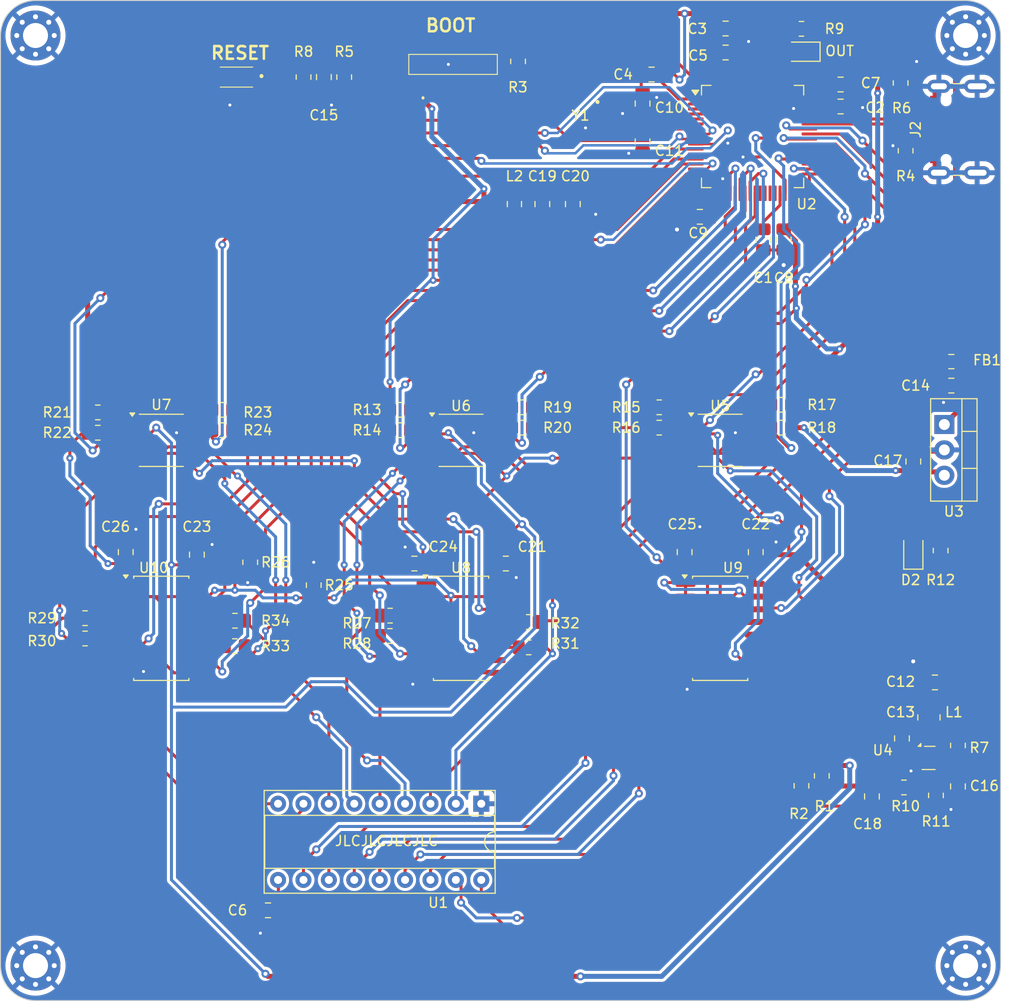
<source format=kicad_pcb>
(kicad_pcb (version 20240108) (generator "pcbnew") (generator_version "8.0")
  (layers (0 "F.Cu" signal) (31 "B.Cu" power) (34 "B.Paste" user) (35 "F.Paste" user) (36 "B.SilkS" user "B.Silkscreen") (37 "F.SilkS" user "F.Silkscreen") (38 "B.Mask" user) (39 "F.Mask" user) (44 "Edge.Cuts" user))
  (net 0 "")
  (net 1 "GND")
  (net 2 "Net-(C1-Pad2)")
  (net 3 "Net-(C2-Pad2)")
  (net 4 "+14V")
  (net 5 "/CLK0")
  (net 6 "/CLK1")
  (net 7 "+5V")
  (net 8 "Net-(U4-BST)")
  (net 9 "Net-(U4-SW)")
  (net 10 "Net-(C15-Pad1)")
  (net 11 "Net-(U4-Vcc)")
  (net 12 "Net-(D2-K)")
  (net 13 "+3.3VA")
  (net 14 "Net-(D1-K)")
  (net 15 "/USB_D-")
  (net 16 "+7V")
  (net 17 "Net-(SW1-B)")
  (net 18 "Net-(U4-EN)")
  (net 19 "Net-(U4-FB)")
  (net 20 "Net-(U8-E)")
  (net 21 "Net-(U8-F)")
  (net 22 "Net-(U10-E)")
  (net 23 "Net-(U10-F)")
  (net 24 "Net-(U8-G)")
  (net 25 "Net-(U8-H)")
  (net 26 "Net-(U10-G)")
  (net 27 "Net-(U10-H)")
  (net 37 "/USB_D+")
  (net 38 "+3.3V")
  (net 39 "Net-(FB1-Pad1)")
  (net 40 "/BOOT")
  (net 51 "/STM_RESET")
  (net 52 "/STM_IN_D5")
  (net 53 "/STM_IN_D4")
  (net 54 "Net-(J2-CC2)")
  (net 55 "/STM_IN_S1")
  (net 56 "Net-(J2-CC1)")
  (net 57 "/STM_IN_S2")
  (net 58 "/STM_IN_S0")
  (net 59 "/STM_IN_SYNC")
  (net 60 "/STM_IN_D7")
  (net 61 "/STM_IN_D6")
  (net 62 "/STM_IN_D1")
  (net 63 "/STM_IN_D0")
  (net 64 "/STM_IN_D2")
  (net 65 "/STM_IN_D3")
  (net 66 "/8008_D5")
  (net 67 "/8008_D4")
  (net 68 "/8008_D1")
  (net 69 "/8008_D0")
  (net 70 "/8008_D7")
  (net 71 "/8008_D6")
  (net 72 "/8008_D3")
  (net 73 "/8008_D2")
  (net 74 "/8008_S2")
  (net 75 "/8008_S0")
  (net 76 "/8008_S1")
  (net 77 "/8008_RDY")
  (net 78 "/8008_SYNC")
  (net 79 "/8008_PHI2")
  (net 80 "/8008_PHI1")
  (net 81 "/8008_INT")
  (net 82 "/LED_OUT")
  (net 83 "/STM_OUT_DBUS")
  (net 84 "/STM_OUT_D7")
  (net 85 "/STM_OUT_D2")
  (net 86 "/STM_OUT_D4")
  (net 87 "/STM_OUT_D3")
  (net 88 "/STM_OUT_PH2")
  (net 89 "/STM_OUT_D0")
  (net 90 "/STM_OUT_D6")
  (net 91 "/STM_OUT_D1")
  (net 92 "/STM_OUT_D5")
  (net 93 "/STM_OUT_PH1")
  (net 94 "/STM_OUT_RDY")
  (net 95 "/STM_OUT_INT")
  (footprint "Capacitor_SMD:C_0805_2012Metric_Pad1.18x1.45mm_HandSolder" (layer "F.Cu") (at 176.276 73.914 90)
    (property "Reference" "C1")
    (property "Value" "2u2")
  )
  (footprint "Package_SO:SO-16_5.3x10.2mm_P1.27mm" (layer "F.Cu") (at 116.078 112.776)
    (property "Reference" "U10")
    (property "Value" "CD40109B")
  )
  (footprint "Package_SO:TSSOP-14_4.4x5mm_P0.65mm" (layer "F.Cu") (at 171.958 93.98)
    (property "Reference" "U5")
    (property "Value" "LM339_DIP")
  )
  (footprint "Resistor_SMD:R_0805_2012Metric_Pad1.20x1.40mm_HandSolder" (layer "F.Cu") (at 152.146 92.71 180)
    (property "Reference" "R20")
    (property "Value" "1k")
  )
  (footprint "Resistor_SMD:R_0805_2012Metric_Pad1.20x1.40mm_HandSolder" (layer "F.Cu") (at 193.532657 129.484 -90)
    (property "Reference" "R11")
    (property "Value" "30k")
  )
  (footprint "Package_QFP:LQFP-64_10x10mm_P0.5mm" (layer "F.Cu") (at 175.2 63.6)
    (property "Reference" "U2")
    (property "Value" "STM32H7A3RGTx")
  )
  (footprint "Capacitor_SMD:C_0805_2012Metric_Pad1.18x1.45mm_HandSolder" (layer "F.Cu") (at 150.5285 106.299)
    (property "Reference" "C21")
    (property "Value" "100n")
  )
  (footprint "Capacitor_SMD:C_0805_2012Metric_Pad1.18x1.45mm_HandSolder" (layer "F.Cu") (at 154.178 70.358 -90)
    (property "Reference" "C19")
    (property "Value" "1u")
  )
  (footprint "Capacitor_SMD:C_0805_2012Metric_Pad1.18x1.45mm_HandSolder" (layer "F.Cu") (at 112.522 105.156 -90)
    (property "Reference" "C26")
    (property "Value" "100n")
  )
  (footprint "Resistor_SMD:R_0805_2012Metric_Pad1.20x1.40mm_HandSolder" (layer "F.Cu") (at 109.728 91.186)
    (property "Reference" "R21")
    (property "Value" "1k")
  )
  (footprint "Capacitor_SMD:C_0805_2012Metric_Pad1.18x1.45mm_HandSolder" (layer "F.Cu") (at 164.2 64.1 -90)
    (property "Reference" "C11")
    (property "Value" "10p")
  )
  (footprint "Capacitor_SMD:C_0805_2012Metric_Pad1.18x1.45mm_HandSolder" (layer "F.Cu") (at 164.2 60.3 90)
    (property "Reference" "C10")
    (property "Value" "10p")
  )
  (footprint "Package_DIP:DIP-18_W7.62mm_Socket" (layer "F.Cu") (at 148.072 130.312 -90)
    (property "Reference" "U1")
    (property "Value" "Intel 8008")
  )
  (footprint "Inductor_SMD:L_1008_2520Metric_Pad1.43x2.20mm_HandSolder" (layer "F.Cu") (at 192.832657 121.684 -90)
    (property "Reference" "L1")
    (property "Value" "8u2, 800mA")
  )
  (footprint "Resistor_SMD:R_0805_2012Metric_Pad1.20x1.40mm_HandSolder" (layer "F.Cu") (at 180.086 128.524 -90)
    (property "Reference" "R2")
    (property "Value" "10k")
  )
  (footprint "Package_SO:SO-16_5.3x10.2mm_P1.27mm" (layer "F.Cu") (at 171.958 112.776)
    (property "Reference" "U9")
    (property "Value" "CD40109B")
  )
  (footprint "Resistor_SMD:R_0805_2012Metric_Pad1.20x1.40mm_HandSolder" (layer "F.Cu") (at 165.862 92.71)
    (property "Reference" "R16")
    (property "Value" "1k")
  )
  (footprint "Capacitor_SMD:C_0805_2012Metric_Pad1.18x1.45mm_HandSolder" (layer "F.Cu") (at 126.746 140.97)
    (property "Reference" "C6")
    (property "Value" "100n")
  )
  (footprint "Inductor_SMD:L_0805_2012Metric_Pad1.15x1.40mm_HandSolder" (layer "F.Cu") (at 195.072 86.106)
    (property "Reference" "FB1")
    (property "Value" "FerriteBead_Small")
  )
  (footprint "Capacitor_SMD:C_0805_2012Metric_Pad1.18x1.45mm_HandSolder" (layer "F.Cu") (at 132.334 57.658 -90)
    (property "Reference" "C15")
    (property "Value" "100n")
  )
  (footprint "Resistor_SMD:R_0805_2012Metric_Pad1.20x1.40mm_HandSolder" (layer "F.Cu") (at 139.954 90.932)
    (property "Reference" "R13")
    (property "Value" "1k")
  )
  (footprint "Components:XTAL_ECS-160-10-36-CKM-TR3" (layer "F.Cu") (at 160.4 62.2 -90)
    (property "Reference" "Y1")
    (property "Value" "16Mhz")
  )
  (footprint "MountingHole:MountingHole_2.5mm_Pad_Via" (layer "F.Cu") (at 103.5 146.5)
    (property "Reference" "H3" (hide yes))
    (property "Value" "2.5mm" (hide yes))
  )
  (footprint "Resistor_SMD:R_0805_2012Metric_Pad1.20x1.40mm_HandSolder" (layer "F.Cu") (at 195.732657 124.484 -90)
    (property "Reference" "R7")
    (property "Value" "30k")
  )
  (footprint "Package_SO:SO-16_5.3x10.2mm_P1.27mm" (layer "F.Cu") (at 146.05 112.776)
    (property "Reference" "U8")
    (property "Value" "CD40109B")
  )
  (footprint "Components:SS3NPMSVTR" (layer "F.Cu") (at 145.25 56.388)
    (property "Reference" "SW1" (hide yes))
    (property "Value" "BOOT")
  )
  (footprint "Resistor_SMD:R_0805_2012Metric_Pad1.20x1.40mm_HandSolder" (layer "F.Cu") (at 152.8145 112.141 180)
    (property "Reference" "R32")
    (property "Value" "220")
  )
  (footprint "Resistor_SMD:R_0805_2012Metric_Pad1.20x1.40mm_HandSolder" (layer "F.Cu") (at 182.118 127.524 90)
    (property "Reference" "R1")
    (property "Value" "10k")
  )
  (footprint "Capacitor_SMD:C_0805_2012Metric_Pad1.18x1.45mm_HandSolder" (layer "F.Cu") (at 175.514 105.156 90)
    (property "Reference" "C22")
    (property "Value" "100n")
  )
  (footprint "Resistor_SMD:R_0805_2012Metric_Pad1.20x1.40mm_HandSolder" (layer "F.Cu") (at 165.862 90.678)
    (property "Reference" "R15")
    (property "Value" "1k")
  )
  (footprint "Resistor_SMD:R_0805_2012Metric_Pad1.20x1.40mm_HandSolder" (layer "F.Cu") (at 109.728 93.218)
    (property "Reference" "R22")
    (property "Value" "1k")
  )
  (footprint "Resistor_SMD:R_0805_2012Metric_Pad1.20x1.40mm_HandSolder" (layer "F.Cu") (at 139.954 92.964)
    (property "Reference" "R14")
    (property "Value" "1k")
  )
  (footprint "Resistor_SMD:R_0805_2012Metric_Pad1.20x1.40mm_HandSolder" (layer "F.Cu") (at 152.8145 114.681 180)
    (property "Reference" "R31")
    (property "Value" "220")
  )
  (footprint "Package_TO_SOT_SMD:SOT-583-8" (layer "F.Cu") (at 192.792657 125.734)
    (property "Reference" "U4")
    (property "Value" "MP3438")
  )
  (footprint "Resistor_SMD:R_0805_2012Metric_Pad1.20x1.40mm_HandSolder" (layer "F.Cu") (at 152.146 90.678 180)
    (property "Reference" "R19")
    (property "Value" "1k")
  )
  (footprint "Capacitor_SMD:C_0805_2012Metric_Pad1.18x1.45mm_HandSolder" (layer "F.Cu") (at 169.926 71.628)
    (property "Reference" "C9")
    (property "Value" "100n")
  )
  (footprint "Capacitor_SMD:C_0805_2012Metric_Pad1.18x1.45mm_HandSolder" (layer "F.Cu") (at 141.3845 106.299)
    (property "Reference" "C24")
    (property "Value" "100n")
  )
  (footprint "Resistor_SMD:R_0805_2012Metric_Pad1.20x1.40mm_HandSolder" (layer "F.Cu") (at 122.174 92.964 180)
    (property "Reference" "R24")
    (property "Value" "1k")
  )
  (footprint "Capacitor_SMD:C_0805_2012Metric_Pad1.18x1.45mm_HandSolder" (layer "F.Cu") (at 190.132657 123.784 90)
    (property "Reference" "C13")
    (property "Value" "100n")
  )
  (footprint "Resistor_SMD:R_0805_2012Metric_Pad1.20x1.40mm_HandSolder" (layer "F.Cu") (at 180.086 52.832 180)
    (property "Reference" "R9")
    (property "Value" "4k7")
  )
  (footprint "Capacitor_SMD:C_0805_2012Metric_Pad1.18x1.45mm_HandSolder" (layer "F.Cu") (at 195.732657 128.584 -90)
    (property "Reference" "C16")
    (property "Value" "1u")
  )
  (footprint "Resistor_SMD:R_0805_2012Metric_Pad1.20x1.40mm_HandSolder" (layer "F.Cu") (at 123.444 112.014 180)
    (property "Reference" "R34")
    (property "Value" "220")
  )
  (footprint "Capacitor_SMD:C_0805_2012Metric_Pad1.18x1.45mm_HandSolder" (layer "F.Cu") (at 168.402 105.156 -90)
    (property "Reference" "C25")
    (property "Value" "100n")
  )
  (footprint "Capacitor_SMD:C_0805_2012Metric_Pad1.18x1.45mm_HandSolder" (layer "F.Cu") (at 187.132657 129.584 90)
    (property "Reference" "C18")
    (property "Value" "10u")
  )
  (footprint "Resistor_SMD:R_0805_2012Metric_Pad1.20x1.40mm_HandSolder" (layer "F.Cu") (at 138.938 113.538)
    (property "Reference" "R28")
    (property "Value" "220")
  )
  (footprint "Capacitor_SMD:C_0805_2012Metric_Pad1.18x1.45mm_HandSolder" (layer "F.Cu") (at 165.1 57.4)
    (property "Reference" "C4")
    (property "Value" "100n")
  )
  (footprint "Capacitor_SMD:C_0805_2012Metric_Pad1.18x1.45mm_HandSolder" (layer "F.Cu") (at 172.5 52.8 180)
    (property "Reference" "C3")
    (property "Value" "4u7")
  )
  (footprint "Resistor_SMD:R_0805_2012Metric_Pad1.20x1.40mm_HandSolder" (layer "F.Cu") (at 108.458 113.792)
    (property "Reference" "R30")
    (property "Value" "220")
  )
  (footprint "Resistor_SMD:R_0805_2012Metric_Pad1.20x1.40mm_HandSolder" (layer "F.Cu") (at 190 58.25 -90)
    (property "Reference" "R6")
    (property "Value" "5k1")
  )
  (footprint "Resistor_SMD:R_0805_2012Metric_Pad1.20x1.40mm_HandSolder" (layer "F.Cu") (at 194 105 90)
    (property "Reference" "R12")
    (property "Value" "2k2")
  )
  (footprint "Resistor_SMD:R_0805_2012Metric_Pad1.20x1.40mm_HandSolder" (layer "F.Cu") (at 190.332657 128.684 180)
    (property "Reference" "R10")
    (property "Value" "390k")
  )
  (footprint "Resistor_SMD:R_0805_2012Metric_Pad1.20x1.40mm_HandSolder" (layer "F.Cu") (at 151.75 56.088 90)
    (property "Reference" "R3")
    (property "Value" "10k")
  )
  (footprint "Capacitor_SMD:C_0805_2012Metric_Pad1.18x1.45mm_HandSolder" (layer "F.Cu") (at 184 58.4 180)
    (property "Reference" "C7")
    (property "Value" "100n")
  )
  (footprint "LED_SMD:LED_0805_2012Metric_Pad1.15x1.40mm_HandSolder" (layer "F.Cu") (at 191.27125 105 90)
    (property "Reference" "D2")
    (property "Value" "Green")
  )
  (footprint "Connector_USB:USB_C_Receptacle_JAE_DX07S016JA1R1500" (layer "F.Cu") (at 196.5 62.9 90)
    (property "Reference" "J2")
    (property "Value" "Type-C")
  )
  (footprint "Resistor_SMD:R_0805_2012Metric_Pad1.20x1.40mm_HandSolder" (layer "F.Cu") (at 138.954 111.506)
    (property "Reference" "R27")
    (property "Value" "220")
  )
  (footprint "Capacitor_SMD:C_0805_2012Metric_Pad1.18x1.45mm_HandSolder" (layer "F.Cu") (at 184 60.6 180)
    (property "Reference" "C2")
    (property "Value" "2u2")
  )
  (footprint "MountingHole:MountingHole_2.5mm_Pad_Via" (layer "F.Cu") (at 196.5 53.5)
    (property "Reference" "H2" (hide yes))
    (property "Value" "2.5mm" (hide yes))
  )
  (footprint "Resistor_SMD:R_0805_2012Metric_Pad1.20x1.40mm_HandSolder" (layer "F.Cu") (at 130.302 57.658 90)
    (property "Reference" "R8")
    (property "Value" "10k")
  )
  (footprint "Resistor_SMD:R_0805_2012Metric_Pad1.20x1.40mm_HandSolder" (layer "F.Cu") (at 123.428 114.554 180)
    (property "Reference" "R33")
    (property "Value" "220")
  )
  (footprint "Capacitor_SMD:C_0805_2012Metric_Pad1.18x1.45mm_HandSolder" (layer "F.Cu") (at 119.634 105.41 90)
    (property "Reference" "C23")
    (property "Value" "100n")
  )
  (footprint "Capacitor_SMD:C_0805_2012Metric_Pad1.18x1.45mm_HandSolder" (layer "F.Cu") (at 172.5 55.2 180)
    (property "Reference" "C5")
    (property "Value" "100n")
  )
  (footprint "Package_SO:TSSOP-14_4.4x5mm_P0.65mm" (layer "F.Cu") (at 146.05 93.98)
    (property "Reference" "U6")
    (property "Value" "LM339_DIP")
  )
  (footprint "Capacitor_SMD:C_0805_2012Metric_Pad1.18x1.45mm_HandSolder" (layer "F.Cu") (at 193.432657 118.184 180)
    (property "Reference" "C12")
    (property "Value" "4u7")
  )
  (footprint "Resistor_SMD:R_0805_2012Metric_Pad1.20x1.40mm_HandSolder" (layer "F.Cu") (at 122.174 90.932 180)
    (property "Reference" "R23")
    (property "Value" "1k")
  )
  (footprint "Resistor_SMD:R_0805_2012Metric_Pad1.20x1.40mm_HandSolder" (layer "F.Cu") (at 124.968 106.172 90)
    (property "Reference" "R26")
    (property "Value" "10k")
  )
  (footprint "Resistor_SMD:R_0805_2012Metric_Pad1.20x1.40mm_HandSolder" (layer "F.Cu") (at 178.054 92.71 180)
    (property "Reference" "R18")
    (property "Value" "1k")
  )
  (footprint "Capacitor_SMD:C_0805_2012Metric_Pad1.18x1.45mm_HandSolder" (layer "F.Cu") (at 157.226 70.358 -90)
    (property "Reference" "C20")
    (property "Value" "100n")
  )
  (footprint "Package_TO_SOT_THT:TO-220-3_Vertical" (layer "F.Cu") (at 194.37125 92.39475 -90)
    (property "Reference" "U3")
    (property "Value" "LM2937xT")
  )
  (footprint "Capacitor_SMD:C_0805_2012Metric_Pad1.18x1.45mm_HandSolder" (layer "F.Cu") (at 195.072 88.506 180)
    (property "Reference" "C14")
    (property "Value" "1u")
  )
  (footprint "Capacitor_SMD:C_0805_2012Metric_Pad1.18x1.45mm_HandSolder" (layer "F.Cu") (at 178.308 73.914 90)
    (property "Reference" "C8")
    (property "Value" "100n")
  )
  (footprint "MountingHole:MountingHole_2.5mm_Pad_Via" (layer "F.Cu") (at 103.5 53.5)
    (property "Reference" "H1" (hide yes))
    (property "Value" "2.5mm" (hide yes))
  )
  (footprint "Resistor_SMD:R_0805_2012Metric_Pad1.20x1.40mm_HandSolder" (layer "F.Cu") (at 108.458 111.76)
    (property "Reference" "R29")
    (property "Value" "220")
  )
  (footprint "Resistor_SMD:R_0805_2012Metric_Pad1.20x1.40mm_HandSolder" (layer "F.Cu") (at 190.5 65.024 90)
    (property "Reference" "R4")
    (property "Value" "5k1")
  )
  (footprint "Package_SO:TSSOP-14_4.4x5mm_P0.65mm" (layer "F.Cu") (at 116.078 93.98)
    (property "Reference" "U7")
    (property "Value" "LM339_DIP")
  )
  (footprint "Resistor_SMD:R_0805_2012Metric_Pad1.20x1.40mm_HandSolder" (layer "F.Cu") (at 131.318 108.458 -90)
    (property "Reference" "R25")
    (property "Value" "10k")
  )
  (footprint "Resistor_SMD:R_0805_2012Metric_Pad1.20x1.40mm_HandSolder" (layer "F.Cu") (at 134.366 57.658 -90)
    (property "Reference" "R5")
    (property "Value" "220")
  )
  (footprint "LED_SMD:LED_0805_2012Metric_Pad1.15x1.40mm_HandSolder" (layer "F.Cu") (at 180.086 55.118 180)
    (property "Reference" "D1" (hide yes))
    (property "Value" "Red")
  )
  (footprint "MountingHole:MountingHole_2.5mm_Pad_Via" (layer "F.Cu") (at 196.5 146.5)
    (property "Reference" "H4" (hide yes))
    (property "Value" "2.5mm" (hide yes))
  )
  (footprint "Inductor_SMD:L_0805_2012Metric_Pad1.15x1.40mm_HandSolder" (layer "F.Cu") (at 151.384 70.358 90)
    (property "Reference" "L2")
    (property "Value" "27n")
  )
  (footprint "Components:EVPAWCD4A" (layer "F.Cu") (at 124.072 57.658)
    (property "Reference" "SW2" (hide yes))
    (property "Value" "RESET")
  )
  (footprint "Capacitor_SMD:C_0805_2012Metric_Pad1.18x1.45mm_HandSolder" (layer "F.Cu") (at 191.27125 96.09475 -90)
    (property "Reference" "C17")
    (property "Value" "10u")
  )
  (footprint "Resistor_SMD:R_0805_2012Metric_Pad1.20x1.40mm_HandSolder" (layer "F.Cu") (at 178.054 90.424 180)
    (property "Reference" "R17")
    (property "Value" "1k")
  )
  (gr_arc (start 103.5 150) (mid 101.025126 148.974874) (end 100 146.5) (stroke (width 0.1)) (layer "Edge.Cuts"))
  (gr_line (start 100 146.5) (end 100 53.5) (stroke (width 0.1)) (layer "Edge.Cuts"))
  (gr_arc (start 100 53.5) (mid 101.025126 51.025126) (end 103.5 50) (stroke (width 0.1)) (layer "Edge.Cuts"))
  (gr_line (start 103.5 50) (end 196.5 50) (stroke (width 0.1)) (layer "Edge.Cuts"))
  (gr_line (start 103.5 150) (end 196.5 150) (stroke (width 0.1)) (layer "Edge.Cuts"))
  (gr_arc (start 200 146.5) (mid 198.974874 148.974874) (end 196.5 150) (stroke (width 0.1)) (layer "Edge.Cuts"))
  (gr_arc (start 196.5 50) (mid 198.974874 51.025126) (end 200 53.5) (stroke (width 0.1)) (layer "Edge.Cuts"))
  (gr_line (start 200 146.5) (end 200 53.5) (stroke (width 0.1)) (layer "Edge.Cuts"))
  (gr_text "JLCJLCJLCJLC" (at 133.35 134.62 0) (layer "F.SilkS") (effects (font (size 1 1)) (justify left bottom)))
  (gr_text "OUT" (at 182.372 55.626 0) (layer "F.SilkS") (effects (font (size 1 1) (thickness 0.153)) (justify left bottom)))
  (segment (start 176.135622 65.645622) (end 178.45 67.96) (width 0.3) (layer "F.Cu") (net 1))
  (segment (start 194 104) (end 195.5 104) (width 0.3) (layer "F.Cu") (net 1))
  (segment (start 186.690157 131.064) (end 187.132657 130.6215) (width 0.3) (layer "F.Cu") (net 1))
  (segment (start 173.5375 52.8) (end 173.5375 55.2) (width 0.3) (layer "F.Cu") (net 1))
  (segment (start 179.75 60.35) (end 179.3 60.8) (width 0.3) (layer "F.Cu") (net 1))
  (segment (start 125.7085 140.97) (end 125.7085 142.9805) (width 0.3) (layer "F.Cu") (net 1))
  (segment (start 147.432 93.33) (end 147.32 93.218) (width 0.3) (layer "F.Cu") (net 1))
  (segment (start 144.296 56.872) (end 144.78 56.388) (width 0.3) (layer "F.Cu") (net 1))
  (segment (start 168.4955 117.221) (end 168.4955 118.7115) (width 0.3) (layer "F.Cu") (net 1))
  (segment (start 165.608 59.69) (end 165.1805 59.2625) (width 0.3) (layer "F.Cu") (net 1))
  (segment (start 131.318 106.172) (end 131.318 107.458) (width 0.3) (layer "F.Cu") (net 1))
  (segment (start 174.8205 93.33) (end 173.594 93.33) (width 0.3) (layer "F.Cu") (net 1))
  (segment (start 140.462 104.648) (end 140.347 104.763) (width 0.3) (layer "F.Cu") (net 1))
  (segment (start 112.6155 117.221) (end 114.173 117.221) (width 0.3) (layer "F.Cu") (net 1))
  (segment (start 178.308 76.454) (end 178.308 74.9515) (width 0.3) (layer "F.Cu") (net 1))
  (segment (start 173.5375 55.2) (end 173.7 55.2) (width 0.3) (layer "F.Cu") (net 1))
  (segment (start 193.45 58.955) (end 193.825 58.58) (width 0.5) (layer "F.Cu") (net 1))
  (segment (start 168.4235 104.1185) (end 169.926 102.616) (width 0.3) (layer "F.Cu") (net 1))
  (segment (start 193.45 66) (end 193.45 66.845) (width 0.5) (layer "F.Cu") (net 1))
  (segment (start 186.2 60.706) (end 186.094 60.6) (width 0.3) (layer "F.Cu") (net 1))
  (segment (start 117.714 93.33) (end 117.602 93.218) (width 0.3) (layer "F.Cu") (net 1))
  (segment (start 158.808 63.05) (end 158.496 62.738) (width 0.3) (layer "F.Cu") (net 1))
  (segment (start 121.158 104.394) (end 121.1365 104.3725) (width 0.3) (layer "F.Cu") (net 1))
  (segment (start 172.212 67.818) (end 172.212 67.882958) (width 0.3) (layer "F.Cu") (net 1))
  (segment (start 121.972 59.488) (end 122.936 60.452) (width 0.3) (layer "F.Cu") (net 1))
  (segment (start 196.5 95.5) (end 195.93475 94.93475) (width 0.3) (layer "F.Cu") (net 1))
  (segment (start 190.45 57.25) (end 191.6 56.1) (width 0.3) (layer "F.Cu") (net 1))
  (segment (start 190 57.25) (end 190.45 57.25) (width 0.3) (layer "F.Cu") (net 1))
  (segment (start 193.45 66.845) (end 193.825 67.22) (width 0.5) (layer "F.Cu") (net 1))
  (segment (start 132.334 59.69) (end 133.096 60.452) (width 0.3) (layer "F.Cu") (net 1))
  (segment (start 190.5 66.024) (end 190.5 65.786) (width 0.3) (layer "F.Cu") (net 1))
  (segment (start 162.15 61.35) (end 162.2 61.3) (width 0.3) (layer "F.Cu") (net 1))
  (segment (start 177.5245 104.1185) (end 177.546 104.14) (width 0.3) (layer "F.Cu") (net 1))
  (segment (start 194.24875 95.05725) (end 194.37125 94.93475) (width 0.5) (layer "F.Cu") (net 1))
  (segment (start 192.395157 117.211157) (end 191.262 116.078) (width 0.3) (layer "F.Cu") (net 1))
  (segment (start 176.276 74.9515) (end 178.308 74.9515) (width 0.3) (layer "F.Cu") (net 1))
  (segment (start 154.178 71.3955) (end 157.226 71.3955) (width 0.3) (layer "F.Cu") (net 1))
  (segment (start 192.395157 118.184) (end 192.395157 117.211157) (width 0.3) (layer "F.Cu") (net 1))
  (segment (start 176.276 74.9515) (end 176.276 74.422) (width 0.3) (layer "F.Cu") (net 1))
  (segment (start 195.732657 130.184) (end 195.732657 129.6215) (width 0.3) (layer "F.Cu") (net 1))
  (segment (start 174.244 65.645622) (end 176.135622 65.645622) (width 0.3) (layer "F.Cu") (net 1))
  (segment (start 164.2 65.1375) (end 162.9545 65.1375) (width 0.3) (layer "F.Cu") (net 1))
  (segment (start 176.068 52.832) (end 174.8 54.1) (width 0.3) (layer "F.Cu") (net 1))
  (segment (start 161.05 61.35) (end 162.15 61.35) (width 0.3) (layer "F.Cu") (net 1))
  (segment (start 173.5375 52.8) (end 173.5375 52.8375) (width 0.3) (layer "F.Cu") (net 1))
  (segment (start 173.594 93.33) (end 173.482 93.218) (width 0.3) (layer "F.Cu") (net 1))
  (segment (start 191.228393 127.033607) (end 191.778 126.484) (width 0.3) (layer "F.Cu") (net 1))
  (segment (start 193.395157 130.6215) (end 193.532657 130.484) (width 0.3) (layer "F.Cu") (net 1))
  (segment (start 144.296 58.388) (end 144.296 56.872) (width 0.3) (layer "F.Cu") (net 1))
  (segment (start 180.086 129.524) (end 181.118 130.556) (width 0.3) (layer "F.Cu") (net 1))
  (segment (start 121.1365 104.3725) (end 119.634 104.3725) (width 0.3) (layer "F.Cu") (net 1))
  (segment (start 173.7 55.2) (end 174.8 54.1) (width 0.3) (layer "F.Cu") (net 1))
  (segment (start 191.778 126.484) (end 192.052657 126.484) (width 0.3) (layer "F.Cu") (net 1))
  (segment (start 132.334 58.6955) (end 132.334 59.69) (width 0.3) (layer "F.Cu") (net 1))
  (segment (start 190.5 65.786) (end 189.23 64.516) (width 0.3) (layer "F.Cu") (net 1))
  (segment (start 151.566 107.696) (end 151.566 106.299) (width 0.3) (layer "F.Cu") (net 1))
  (segment (start 124.968 107.172) (end 124.968 107.95) (width 0.3) (layer "F.Cu") (net 1))
  (segment (start 162.9545 65.1375) (end 162.814 65.278) (width 0.3) (layer "F.Cu") (net 1))
  (segment (start 172.72 64.262) (end 171.632 65.35) (width 0.3) (layer "F.Cu") (net 1))
  (segment (start 186.094 60.6) (end 185.0375 60.6) (width 0.3) (layer "F.Cu") (net 1))
  (segment (start 175.514 104.1185) (end 177.5245 104.1185) (width 0.3) (layer "F.Cu") (net 1))
  (segment (start 195.93475 94.93475) (end 194.37125 94.93475) (width 0.3) (layer "F.Cu") (net 1))
  (segment (start 180.875 60.35) (end 179.75 60.35) (width 0.3) (layer "F.Cu") (net 1))
  (segment (start 185.0375 60.6) (end 185.0375 58.4) (width 0.3) (layer "F.Cu") (net 1))
  (segment (start 171.95 56.7875) (end 173.5375 55.2) (width 0.3) (layer "F.Cu") (net 1))
  (segment (start 168.8885 71.6495) (end 167.64 72.898) (width 0.25) (layer "F.Cu") (net 1))
  (segment (start 171.95 57.925) (end 171.95 56.7875) (width 0.3) (layer "F.Cu") (net 1))
  (segment (start 168.402 104.1185) (end 168.4235 104.1185) (width 0.3) (layer "F.Cu") (net 1))
  (segment (start 114.173 117.221) (end 114.3 117.094) (width 0.3) (layer "F.Cu") (net 1))
  (segment (start 171.95 68.144958) (end 171.95 69.275) (width 0.3) (layer "F.Cu") (net 1))
  (segment (start 171.632 65.35) (end 169.525 65.35) (width 0.3) (layer "F.Cu") (net 1))
  (segment (start 168.8885 71.628) (end 168.8885 71.6495) (width 0.25) (layer "F.Cu") (net 1))
  (segment (start 164.0625 59.125) (end 164.2 59.2625) (width 0.3) (layer "F.Cu") (net 1))
  (segment (start 168.4955 118.7115) (end 168.656 118.872) (width 0.3) (layer "F.Cu") (net 1))
  (segment (start 172.212 67.882958) (end 171.95 68.144958) (width 0.3) (layer "F.Cu") (net 1))
  (segment (start 194.23375 90.13125) (end 194.28925 90.18675) (width 0.3) (layer "F.Cu") (net 1))
  (segment (start 179.086 52.832) (end 176.068 52.832) (width 0.3) (layer "F.Cu") (net 1))
  (segment (start 124.968 107.95) (end 124.714 108.204) (width 0.3) (layer "F.Cu") (net 1))
  (segment (start 193.932657 130.884) (end 193.532657 130.484) (width 0.3) (layer "F.Cu") (net 1))
  (segment (start 196.5 103) (end 196.5 95.5) (width 0.3) (layer "F.Cu") (net 1))
  (segment (start 187.132657 130.6215) (end 193.395157 130.6215) (width 0.3) (layer "F.Cu") (net 1))
  (segment (start 125.7085 142.9805) (end 125.984 143.256) (width 0.3) (layer "F.Cu") (net 1))
  (segment (start 159.75 63.05) (end 158.808 63.05) (width 0.3) (layer "F.Cu") (net 1))
  (segment (start 191.27125 95.05725) (end 194.24875 95.05725) (width 0.5) (layer "F.Cu") (net 1))
  (segment (start 194.23375 88.49475) (end 194.23375 90.13125) (width 0.3) (layer "F.Cu") (net 1))
  (segment (start 195.032657 130.884) (end 193.932657 130.884) (width 0.3) (layer "F.Cu") (net 1))
  (segment (start 181.118 130.556) (end 187.067157 130.556) (width 0.3) (layer "F.Cu") (net 1))
  (segment (start 164.0625 57.4) (end 164.0625 59.125) (width 0.3) (layer "F.Cu") (net 1))
  (segment (start 193.8 66.845) (end 194.175 67.22) (width 0.5) (layer "F.Cu") (net 1))
  (segment (start 165.1805 59.2625) (end 164.2 59.2625) (width 0.3) (layer "F.Cu") (net 1))
  (segment (start 112.522 103.886) (end 112.522 104.1185) (width 0.3) (layer "F.Cu") (net 1))
  (segment (start 159.4905 71.3955) (end 159.512 71.374) (width 0.3) (layer "F.Cu") (net 1))
  (segment (start 121.972 57.658) (end 121.972 59.488) (width 0.3) (layer "F.Cu") (net 1))
  (segment (start 193.8 58.955) (end 194.175 58.58) (width 0.5) (layer "F.Cu") (net 1))
  (segment (start 113.538 102.87) (end 112.522 103.886) (width 0.3) (layer "F.Cu") (net 1))
  (segment (start 178.45 67.96) (end 178.45 69.275) (width 0.3) (layer "F.Cu") (net 1))
  (segment (start 187.067157 130.556) (end 187.132657 130.6215) (width 0.3) (layer "F.Cu") (net 1))
  (segment (start 118.9405 93.33) (end 117.714 93.33) (width 0.3) (layer "F.Cu") (net 1))
  (segment (start 157.226 71.3955) (end 159.4905 71.3955) (width 0.3) (layer "F.Cu") (net 1))
  (segment (start 142.367 117.221) (end 142.5875 117.221) (width 0.3) (layer "F.Cu") (net 1))
  (segment (start 194.23375 88.49475) (end 193.97125 88.49475) (width 0.3) (layer "F.Cu") (net 1))
  (segment (start 140.347 104.763) (end 140.347 106.299) (width 0.3) (layer "F.Cu") (net 1))
  (segment (start 195.032657 130.884) (end 195.732657 130.184) (width 0.3) (layer "F.Cu") (net 1))
  (segment (start 191.041607 127.033607) (end 191.228393 127.033607) (width 0.3) (layer "F.Cu") (net 1))
  (segment (start 195.5 104) (end 196.5 103) (width 0.3) (layer "F.Cu") (net 1))
  (segment (start 148.9125 93.33) (end 147.432 93.33) (width 0.3) (layer "F.Cu") (net 1))
  (segment (start 193.45 59.8) (end 193.45 58.955) (width 0.5) (layer "F.Cu") (net 1))
  (segment (start 141.224 118.364) (end 142.367 117.221) (width 0.3) (layer "F.Cu") (net 1))
  (via (at 113.538 102.87) (size 0.7) (drill 0.3) (layers "F.Cu" "B.Cu") (net 1))
  (via (at 124.714 108.204) (size 0.7) (drill 0.3) (layers "F.Cu" "B.Cu") (net 1))
  (via (at 147.32 93.218) (size 0.7) (drill 0.3) (layers "F.Cu" "B.Cu") (net 1))
  (via (at 141.224 118.364) (size 0.7) (drill 0.3) (layers "F.Cu" "B.Cu") (net 1))
  (via (at 174.244 65.645622) (size 0.7) (drill 0.3) (layers "F.Cu" "B.Cu") (net 1))
  (via (at 114.3 117.094) (size 0.7) (drill 0.3) (layers "F.Cu" "B.Cu") (net 1))
  (via (at 173.482 93.218) (size 0.7) (drill 0.3) (layers "F.Cu" "B.Cu") (net 1))
  (via (at 144.78 56.388) (size 0.7) (drill 0.3) (layers "F.Cu" "B.Cu") (net 1))
  (via (at 167.64 72.898) (size 0.8) (drill 0.4) (layers "F.Cu" "B.Cu") (net 1))
  (via (at 186.2 60.706) (size 0.7) (drill 0.3) (layers "F.Cu" "B.Cu") (net 1))
  (via (at 169.926 102.616) (size 0.7) (drill 0.3) (layers "F.Cu" "B.Cu") (net 1))
  (via (at 172.212 67.818) (size 0.7) (drill 0.3) (layers "F.Cu" "B.Cu") (net 1))
  (via (at 131.318 106.172) (size 0.7) (drill 0.3) (layers "F.Cu" "B.Cu") (net 1))
  (via (at 122.936 60.452) (size 0.7) (drill 0.3) (layers "F.Cu" "B.Cu") (net 1))
  (via (at 133.096 60.452) (size 0.7) (drill 0.3) (layers "F.Cu" "B.Cu") (net 1))
  (via (at 162.2 61.3) (size 0.7) (drill 0.3) (layers "F.Cu" "B.Cu") (net 1))
  (via (at 195.032657 130.884) (size 0.7) (drill 0.3) (layers "F.Cu" "B.Cu") (net 1))
  (via (at 172.72 64.262) (size 0.7) (drill 0.3) (layers "F.Cu" "B.Cu") (net 1))
  (via (at 151.566 107.696) (size 0.7) (drill 0.3) (layers "F.Cu" "B.Cu") (net 1))
  (via (at 191.041607 127.033607) (size 0.7) (drill 0.3) (layers "F.Cu" "B.Cu") (net 1))
  (via (at 178.308 76.454) (size 0.8) (drill 0.4) (layers "F.Cu" "B.Cu") (net 1))
  (via (at 158.496 62.738) (size 0.7) (drill 0.3) (layers "F.Cu" "B.Cu") (net 1))
  (via (at 117.602 93.218) (size 0.7) (drill 0.3) (layers "F.Cu" "B.Cu") (net 1))
  (via (at 179.3 60.8) (size 0.7) (drill 0.3) (layers "F.Cu" "B.Cu") (net 1))
  (via (at 168.656 118.872) (size 0.7) (drill 0.3) (layers "F.Cu" "B.Cu") (net 1))
  (via (at 121.158 104.394) (size 0.7) (drill 0.3) (layers "F.Cu" "B.Cu") (net 1))
  (via (at 125.984 143.256) (size 0.7) (drill 0.3) (layers "F.Cu" "B.Cu") (net 1))
  (via (at 162.814 65.278) (size 0.7) (drill 0.3) (layers "F.Cu" "B.Cu") (net 1))
  (via (at 189.23 64.516) (size 0.7) (drill 0.3) (layers "F.Cu" "B.Cu") (net 1))
  (via (at 159.512 71.374) (size 0.7) (drill 0.3) (layers "F.Cu" "B.Cu") (net 1))
  (via (at 140.462 104.648) (size 0.7) (drill 0.3) (layers "F.Cu" "B.Cu") (net 1))
  (via (at 174.8 54.1) (size 0.7) (drill 0.3) (layers "F.Cu" "B.Cu") (net 1))
  (via (at 177.546 104.14) (size 0.7) (drill 0.3) (layers "F.Cu" "B.Cu") (net 1))
  (via (at 165.608 59.69) (size 0.7) (drill 0.3) (layers "F.Cu" "B.Cu") (net 1))
  (via (at 191.262 116.078) (size 0.8) (drill 0.4) (layers "F.Cu" "B.Cu") (net 1))
  (via (at 191.6 56.1) (size 0.7) (drill 0.3) (layers "F.Cu" "B.Cu") (net 1))
  (via (at 194.28925 90.18675) (size 0.7) (drill 0.3) (layers "F.Cu" "B.Cu") (net 1))
  (segment (start 176.276 72.136) (end 177.95 70.462) (width 0.3) (layer "F.Cu") (net 2))
  (segment (start 177.95 70.462) (end 177.95 69.275) (width 0.3) (layer "F.Cu") (net 2))
  (segment (start 176.276 72.8765) (end 176.276 72.136) (width 0.3) (layer "F.Cu") (net 2))
  (segment (start 180.875 60.85) (end 182.7125 60.85) (width 0.3) (layer "F.Cu") (net 3))
  (segment (start 182.7125 60.85) (end 182.9625 60.6) (width 0.3) (layer "F.Cu") (net 3))
  (segment (start 183.268 126.492) (end 184.912 126.492) (width 0.5) (layer "F.Cu") (net 4))
  (segment (start 149.5125 106.3205) (end 149.491 106.299) (width 0.3) (layer "F.Cu") (net 4))
  (segment (start 175.4205 108.331) (end 175.4205 106.371) (width 0.3) (layer "F.Cu") (net 4))
  (segment (start 185.166 124.594) (end 183.268 126.492) (width 0.5) (layer "F.Cu") (net 4))
  (segment (start 179.693371 105.41) (end 183.268 108.984629) (width 0.5) (layer "F.Cu") (net 4))
  (segment (start 171.704 93.472) (end 171.562 93.33) (width 0.3) (layer "F.Cu") (net 4))
  (segment (start 178.816 105.41) (end 179.693371 105.41) (width 0.5) (layer "F.Cu") (net 4))
  (segment (start 175.514 106.1935) (end 176.2975 105.41) (width 0.5) (layer "F.Cu") (net 4))
  (segment (start 171.562 93.33) (end 169.0955 93.33) (width 0.3) (layer "F.Cu") (net 4))
  (segment (start 182.1405 128.5465) (end 182.118 128.524) (width 0.5) (layer "F.Cu") (net 4))
  (segment (start 187.132657 127.784) (end 188.898 126.018657) (width 0.3) (layer "F.Cu") (net 4))
  (segment (start 187.132657 128.5465) (end 182.1405 128.5465) (width 0.5) (layer "F.Cu") (net 4))
  (segment (start 189.332657 127.753314) (end 189.332657 128.684) (width 0.3) (layer "F.Cu") (net 4))
  (segment (start 119.6125 106.426) (end 119.634 106.4475) (width 0.3) (layer "F.Cu") (net 4))
  (segment (start 192.052657 125.484) (end 191.601971 125.484) (width 0.3) (layer "F.Cu") (net 4))
  (segment (start 183.268 127.374) (end 182.118 128.524) (width 0.5) (layer "F.Cu") (net 4))
  (segment (start 119.5405 106.498) (end 119.6125 106.426) (width 0.3) (layer "F.Cu") (net 4))
  (segment (start 149.606 106.184) (end 149.491 106.299) (width 0.3) (layer "F.Cu") (net 4))
  (segment (start 134.3875 147.574) (end 157.988 147.574) (width 0.5) (layer "F.Cu") (net 4))
  (segment (start 187.132657 128.5465) (end 187.132657 127.784) (width 0.3) (layer "F.Cu") (net 4))
  (segment (start 178.816 105.41) (end 178.816 102.87) (width 0.3) (layer "F.Cu") (net 4))
  (segment (start 115.57 92.71) (end 114.95 93.33) (width 0.3) (layer "F.Cu") (net 4))
  (segment (start 187.132657 112.849286) (end 183.268 108.984629) (width 0.5) (layer "F.Cu") (net 4))
  (segment (start 127.7835 140.97) (end 127.7835 137.9635) (width 0.3) (layer "F.Cu") (net 4))
  (segment (start 149.606 104.648) (end 151.892 102.362) (width 0.3) (layer "F.Cu") (net 4))
  (segment (start 151.892 102.362) (end 152.146 102.362) (width 0.3) (layer "F.Cu") (net 4))
  (segment (start 176.2975 105.41) (end 178.816 105.41) (width 0.5) (layer "F.Cu") (net 4))
  (segment (start 127.7835 140.97) (end 134.3875 147.574) (width 0.5) (layer "F.Cu") (net 4))
  (segment (start 183.268 108.984629) (end 185.166 110.882629) (width 0.5) (layer "F.Cu") (net 4))
  (segment (start 117.094 106.426) (end 119.6125 106.426) (width 0.3) (layer "F.Cu") (net 4))
  (segment (start 126.746 147.574) (end 134.3875 147.574) (width 0.5) (layer "F.Cu") (net 4))
  (segment (start 187.132657 128.5465) (end 187.132657 112.849286) (width 0.5) (layer "F.Cu") (net 4))
  (segment (start 119.5405 108.331) (end 119.5405 106.498) (width 0.3) (layer "F.Cu") (net 4))
  (segment (start 175.4205 106.371) (end 175.4925 106.299) (width 0.3) (layer "F.Cu") (net 4))
  (segment (start 149.5125 108.331) (end 149.5125 106.3205) (width 0.3) (layer "F.Cu") (net 4))
  (segment (start 188.898 126.018657) (end 191.067314 126.018657) (width 0.3) (layer "F.Cu") (net 4))
  (segment (start 114.95 93.33) (end 113.2155 93.33) (width 0.3) (layer "F.Cu") (net 4))
  (segment (start 183.268 126.492) (end 183.268 127.374) (width 0.5) (layer "F.Cu") (net 4))
  (segment (start 144.668 93.33) (end 143.1875 93.33) (width 0.3) (layer "F.Cu") (net 4))
  (segment (start 149.606 104.648) (end 149.606 106.184) (width 0.3) (layer "F.Cu") (net 4))
  (segment (start 191.601971 125.484) (end 191.067314 126.018657) (width 0.3) (layer "F.Cu") (net 4))
  (segment (start 178.816 102.87) (end 177.673 101.727) (width 0.3) (layer "F.Cu") (net 4))
  (segment (start 127.7835 137.9635) (end 127.752 137.932) (width 0.3) (layer "F.Cu") (net 4))
  (segment (start 126.492 147.32) (end 126.746 147.574) (width 0.5) (layer "F.Cu") (net 4))
  (segment (start 144.78 93.218) (end 144.668 93.33) (width 0.3) (layer "F.Cu") (net 4))
  (segment (start 191.067314 126.018657) (end 189.332657 127.753314) (width 0.3) (layer "F.Cu") (net 4))
  (segment (start 185.166 110.882629) (end 185.166 124.594) (width 0.5) (layer "F.Cu") (net 4))
  (via (at 157.988 147.574) (size 0.8) (drill 0.4) (layers "F.Cu" "B.Cu") (net 4))
  (via (at 152.146 102.362) (size 0.8) (drill 0.4) (layers "F.Cu" "B.Cu") (net 4))
  (via (at 117.094 106.426) (size 0.7) (drill 0.3) (layers "F.Cu" "B.Cu") (net 4))
  (via (at 126.492 147.32) (size 0.8) (drill 0.4) (layers "F.Cu" "B.Cu") (net 4))
  (via (at 115.57 92.71) (size 0.8) (drill 0.4) (layers "F.Cu" "B.Cu") (net 4))
  (via (at 171.704 93.472) (size 0.7) (drill 0.3) (layers "F.Cu" "B.Cu") (net 4))
  (via (at 144.78 93.218) (size 0.7) (drill 0.3) (layers "F.Cu" "B.Cu") (net 4))
  (via (at 177.673 101.727) (size 0.7) (drill 0.3) (layers "F.Cu" "B.Cu") (net 4))
  (via (at 184.912 126.492) (size 0.8) (drill 0.4) (layers "F.Cu" "B.Cu") (net 4))
  (segment (start 117.094 106.426) (end 117.094 120.65) (width 0.3) (layer "B.Cu") (net 4))
  (segment (start 171.704 93.472) (end 171.704 97.282) (width 0.3) (layer "B.Cu") (net 4))
  (segment (start 117.094 120.65) (end 128.524 120.65) (width 0.3) (layer "B.Cu") (net 4))
  (segment (start 117.094 94.234) (end 117.094 106.426) (width 0.3) (layer "B.Cu") (net 4))
  (segment (start 148.082 98.298) (end 148.082 96.52) (width 0.3) (layer "B.Cu") (net 4))
  (segment (start 134.366 118.11) (end 137.414 121.158) (width 0.3) (layer "B.Cu") (net 4))
  (segment (start 153.416 112.776) (end 153.416 103.632) (width 0.3) (layer "B.Cu") (net 4))
  (segment (start 152.146 102.362) (end 148.082 98.298) (width 0.3) (layer "B.Cu") (net 4))
  (segment (start 166.116 147.574) (end 157.988 147.574) (width 0.5) (layer "B.Cu") (net 4))
  (segment (start 128.524 120.65) (end 131.064 118.11) (width 0.3) (layer "B.Cu") (net 4))
  (segment (start 115.57 92.71) (end 117.094 94.234) (width 0.3) (layer "B.Cu") (net 4))
  (segment (start 148.082 96.52) (end 144.78 93.218) (width 0.3) (layer "B.Cu") (net 4))
  (segment (start 171.704 97.282) (end 176.149 101.727) (width 0.3) (layer "B.Cu") (net 4))
  (segment (start 137.414 121.158) (end 145.034 121.158) (width 0.3) (layer "B.Cu") (net 4))
  (segment (start 117.094 137.922) (end 126.492 147.32) (width 0.3) (layer "B.Cu") (net 4))
  (segment (start 176.149 101.727) (end 177.673 101.727) (width 0.3) (layer "B.Cu") (net 4))
  (segment (start 153.416 103.632) (end 152.146 102.362) (width 0.3) (layer "B.Cu") (net 4))
  (segment (start 184.912 128.778) (end 166.116 147.574) (width 0.5) (layer "B.Cu") (net 4))
  (segment (start 184.912 126.492) (end 184.912 128.778) (width 0.5) (layer "B.Cu") (net 4))
  (segment (start 117.094 120.65) (end 117.094 137.922) (width 0.3) (layer "B.Cu") (net 4))
  (segment (start 145.034 121.158) (end 153.416 112.776) (width 0.3) (layer "B.Cu") (net 4))
  (segment (start 131.064 118.11) (end 134.366 118.11) (width 0.3) (layer "B.Cu") (net 4))
  (segment (start 159.75 61.35) (end 159.75 60.75) (width 0.3) (layer "F.Cu") (net 5))
  (segment (start 160.8 59.7) (end 162.5625 59.7) (width 0.3) (layer "F.Cu") (net 5))
  (segment (start 166.1125 61.85) (end 169.525 61.85) (width 0.3) (layer "F.Cu") (net 5))
  (segment (start 162.5625 59.7) (end 164.2 61.3375) (width 0.3) (layer "F.Cu") (net 5))
  (segment (start 159.75 60.75) (end 160.8 59.7) (width 0.3) (layer "F.Cu") (net 5))
  (segment (start 166.1125 61.85) (end 165.6 61.3375) (width 0.3) (layer "F.Cu") (net 5))
  (segment (start 165.6 61.3375) (end 164.2 61.3375) (width 0.3) (layer "F.Cu") (net 5))
  (segment (start 164.9125 62.35) (end 164.2 63.0625) (width 0.3) (layer "F.Cu") (net 6))
  (segment (start 169.525 62.35) (end 164.9125 62.35) (width 0.3) (layer "F.Cu") (net 6))
  (segment (start 161.05 63.05) (end 164.1875 63.05) (width 0.3) (layer "F.Cu") (net 6))
  (segment (start 164.1875 63.05) (end 164.2 63.0625) (width 0.3) (layer "F.Cu") (net 6))
  (segment (start 196.27125 90.44475) (end 196.27125 86.11975) (width 0.5) (layer "F.Cu") (net 7))
  (segment (start 194.470157 118.184) (end 194.470157 118.778157) (width 0.5) (layer "F.Cu") (net 7))
  (segment (start 194.470157 118.184) (end 194.470157 118.884) (width 0.5) (layer "F.Cu") (net 7))
  (segment (start 195.732657 120.040657) (end 195.732657 123.484) (width 0.5) (layer "F.Cu") (net 7))
  (segment (start 194.77125 92.39475) (end 194.37125 92.39475) (width 0.3) (layer "F.Cu") (net 7))
  (segment (start 194.470157 118.778157) (end 195.326 119.634) (width 0.5) (layer "F.Cu") (net 7))
  (segment (start 196.27125 86.11975) (end 196.29625 86.09475) (width 0.5) (layer "F.Cu") (net 7))
  (segment (start 194.470157 118.184) (end 196.014 118.184) (width 0.5) (layer "F.Cu") (net 7))
  (segment (start 196.014 118.184) (end 198.12 116.078) (width 0.5) (layer "F.Cu") (net 7))
  (segment (start 194.564 123.952657) (end 194.564 120.396) (width 0.3) (layer "F.Cu") (net 7))
  (segment (start 195.326 119.634) (end 195.732657 120.040657) (width 0.5) (layer "F.Cu") (net 7))
  (segment (start 198.12 92.2935) (end 196.27125 90.44475) (width 0.5) (layer "F.Cu") (net 7))
  (segment (start 196.27125 90.49475) (end 194.37125 92.39475) (width 0.5) (layer "F.Cu") (net 7))
  (segment (start 194.564 118.977843) (end 194.470157 118.884) (width 0.3) (layer "F.Cu") (net 7))
  (segment (start 194.564 120.396) (end 195.326 119.634) (width 0.3) (layer "F.Cu") (net 7))
  (segment (start 193.532657 124.984) (end 194.564 123.952657) (width 0.3) (layer "F.Cu") (net 7))
  (segment (start 194.470157 118.884) (end 192.832657 120.5215) (width 0.5) (layer "F.Cu") (net 7))
  (segment (start 198.12 116.078) (end 198.12 92.2935) (width 0.5) (layer "F.Cu") (net 7))
  (segment (start 191.890157 124.8215) (end 192.052657 124.984) (width 0.3) (layer "F.Cu") (net 8))
  (segment (start 190.132657 124.8215) (end 191.890157 124.8215) (width 0.3) (layer "F.Cu") (net 8))
  (segment (start 190.232657 122.8465) (end 190.132657 122.7465) (width 0.3) (layer "F.Cu") (net 9))
  (segment (start 192.832657 125.654686) (end 192.503343 125.984) (width 0.3) (layer "F.Cu") (net 9))
  (segment (start 192.832657 122.8465) (end 190.232657 122.8465) (width 0.3) (layer "F.Cu") (net 9))
  (segment (start 192.503343 125.984) (end 192.052657 125.984) (width 0.3) (layer "F.Cu") (net 9))
  (segment (start 192.832657 122.8465) (end 192.832657 125.654686) (width 0.3) (layer "F.Cu") (net 9))
  (segment (start 130.3395 56.6205) (end 130.302 56.658) (width 0.3) (layer "F.Cu") (net 10))
  (segment (start 126.222 56.658) (end 130.302 56.658) (width 0.3) (layer "F.Cu") (net 10))
  (segment (start 125.222 57.658) (end 126.222 56.658) (width 0.3) (layer "F.Cu") (net 10))
  (segment (start 134.366 56.658) (end 132.3715 56.658) (width 0.3) (layer "F.Cu") (net 10))
  (segment (start 132.334 56.6205) (end 130.3395 56.6205) (width 0.3) (layer "F.Cu") (net 10))
  (segment (start 132.3715 56.658) (end 132.334 56.6205) (width 0.3) (layer "F.Cu") (net 10))
  (segment (start 193.532657 125.984) (end 194.170157 125.984) (width 0.3) (layer "F.Cu") (net 11))
  (segment (start 194.170157 125.984) (end 195.732657 127.5465) (width 0.3) (layer "F.Cu") (net 11))
  (segment (start 193.975 106.025) (end 194 106) (width 0.3) (layer "F.Cu") (net 12))
  (segment (start 191.27125 106.025) (end 193.975 106.025) (width 0.3) (layer "F.Cu") (net 12))
  (segment (start 163.8515 69.3205) (end 157.226 69.3205) (width 0.3) (layer "F.Cu") (net 13))
  (segment (start 167.322 65.85) (end 163.8515 69.3205) (width 0.3) (layer "F.Cu") (net 13))
  (segment (start 154.1655 69.333) (end 154.178 69.3205) (width 0.3) (layer "F.Cu") (net 13))
  (segment (start 154.178 69.3205) (end 157.226 69.3205) (width 0.3) (layer "F.Cu") (net 13))
  (segment (start 151.384 69.333) (end 154.1655 69.333) (width 0.3) (layer "F.Cu") (net 13))
  (segment (start 169.525 65.85) (end 167.322 65.85) (width 0.3) (layer "F.Cu") (net 13))
  (segment (start 181.111 52.857) (end 181.086 52.832) (width 0.3) (layer "F.Cu") (net 14))
  (segment (start 181.111 55.118) (end 181.111 52.857) (width 0.3) (layer "F.Cu") (net 14))
  (segment (start 192.4 63.65) (end 191.1 62.35) (width 0.3) (layer "F.Cu") (net 15))
  (segment (start 193.8 62.15) (end 194.429976 62.15) (width 0.3) (layer "F.Cu") (net 15))
  (segment (start 194.429976 63.65) (end 192.4 63.65) (width 0.3) (layer "F.Cu") (net 15))
  (segment (start 194.65 62.370024) (end 194.65 63.429976) (width 0.3) (layer "F.Cu") (net 15))
  (segment (start 191.1 62.35) (end 180.875 62.35) (width 0.3) (layer "F.Cu") (net 15))
  (segment (start 194.429976 62.15) (end 194.65 62.370024) (width 0.3) (layer "F.Cu") (net 15))
  (segment (start 194.65 63.429976) (end 194.429976 63.65) (width 0.3) (layer "F.Cu") (net 15))
  (segment (start 181.118 127.524) (end 182.118 126.524) (width 0.3) (layer "F.Cu") (net 16))
  (segment (start 146.192 94.63) (end 145.542 95.28) (width 0.3) (layer "F.Cu") (net 16))
  (segment (start 118.9405 96.3345) (end 119.888 97.282) (width 0.25) (layer "F.Cu") (net 16))
  (segment (start 179.832 109.474) (end 183.388 113.03) (width 0.3) (layer "F.Cu") (net 16))
  (segment (start 174.096602 95.93) (end 174.8205 95.93) (width 0.3) (layer "F.Cu") (net 16))
  (segment (start 147.525 95.28) (end 145.542 95.28) (width 0.3) (layer "F.Cu") (net 16))
  (segment (start 135.382 96.012) (end 135.382 96.74795) (width 0.3) (layer "F.Cu") (net 16))
  (segment (start 116.474 94.884) (end 116.078 95.28) (width 0.3) (layer "F.Cu") (net 16))
  (segment (start 171.704 95.758) (end 171.704 95.28) (width 0.3) (layer "F.Cu") (net 16))
  (segment (start 118.872 95.9985) (end 118.9405 95.93) (width 0.3) (layer "F.Cu") (net 16))
  (segment (start 183.388 113.03) (end 183.388 124.46) (width 0.3) (layer "F.Cu") (net 16))
  (segment (start 172.974 97.028) (end 171.704 95.758) (width 0.3) (layer "F.Cu") (net 16))
  (segment (start 169.0955 93.98) (end 170.404 93.98) (width 0.3) (layer "F.Cu") (net 16))
  (segment (start 145.542 93.98) (end 146.192 94.63) (width 0.3) (layer "F.Cu") (net 16))
  (segment (start 147.574 100.584) (end 150.622 97.536) (width 0.3) (layer "F.Cu") (net 16))
  (segment (start 115.57 93.98) (end 116.474 94.884) (width 0.3) (layer "F.Cu") (net 16))
  (segment (start 150.622 97.536) (end 150.5185 97.536) (width 0.3) (layer "F.Cu") (net 16))
  (segment (start 118.203 95.93) (end 117.553 95.28) (width 0.3) (layer "F.Cu") (net 16))
  (segment (start 174.072 95.93) (end 174.8205 95.93) (width 0.3) (layer "F.Cu") (net 16))
  (segment (start 183.388 124.46) (end 182.118 125.73) (width 0.3) (layer "F.Cu") (net 16))
  (segment (start 118.9405 94.63) (end 116.728 94.63) (width 0.3) (layer "F.Cu") (net 16))
  (segment (start 150.5185 97.536) (end 148.9125 95.93) (width 0.3) (layer "F.Cu") (net 16))
  (segment (start 148.9125 94.63) (end 146.192 94.63) (width 0.3) (layer "F.Cu") (net 16))
  (segment (start 182.118 125.73) (end 182.118 126.524) (width 0.3) (layer "F.Cu") (net 16))
  (segment (start 117.553 95.28) (end 116.078 95.28) (width 0.3) (layer "F.Cu") (net 16))
  (segment (start 173.446602 95.28) (end 174.096602 95.93) (width 0.3) (layer "F.Cu") (net 16))
  (segment (start 174.8205 94.63) (end 172.354 94.63) (width 0.3) (layer "F.Cu") (net 16))
  (segment (start 179.832 107.696) (end 179.832 109.474) (width 0.3) (layer "F.Cu") (net 16))
  (segment (start 116.078 95.28) (end 113.2155 95.28) (width 0.3) (layer "F.Cu") (net 16))
  (segment (start 118.9405 95.93) (end 118.9405 96.3345) (width 0.25) (layer "F.Cu") (net 16))
  (segment (start 180.086 127.524) (end 181.118 127.524) (width 0.3) (layer "F.Cu") (net 16))
  (segment (start 172.354 94.63) (end 171.704 95.28) (width 0.3) (layer "F.Cu") (net 16))
  (segment (start 148.9125 95.93) (end 148.175 95.93) (width 0.3) (layer "F.Cu") (net 16))
  (segment (start 170.404 93.98) (end 171.704 95.28) (width 0.3) (layer "F.Cu") (net 16))
  (segment (start 171.704 95.28) (end 173.446602 95.28) (width 0.3) (layer "F.Cu") (net 16))
  (segment (start 145.542 95.28) (end 143.1875 95.28) (width 0.3) (layer "F.Cu") (net 16))
  (segment (start 118.9405 95.93) (end 118.203 95.93) (width 0.3) (layer "F.Cu") (net 16))
  (segment (start 155.194 95.758) (end 165.608 95.758) (width 0.3) (layer "F.Cu") (net 16))
  (segment (start 148.175 95.93) (end 147.525 95.28) (width 0.3) (layer "F.Cu") (net 16))
  (segment (start 167.386 93.98) (end 169.0955 93.98) (width 0.3) (layer "F.Cu") (net 16))
  (segment (start 143.1875 93.98) (end 145.542 93.98) (width 0.3) (layer "F.Cu") (net 16))
  (segment (start 169.0955 95.28) (end 171.704 95.28) (width 0.3) (layer "F.Cu") (net 16))
  (segment (start 116.728 94.63) (end 116.474 94.884) (width 0.3) (layer "F.Cu") (net 16))
  (segment (start 139.21805 100.584) (end 147.574 100.584) (width 0.3) (layer "F.Cu") (net 16))
  (segment (start 165.608 95.758) (end 167.386 93.98) (width 0.3) (layer "F.Cu") (net 16))
  (segment (start 113.2155 93.98) (end 115.57 93.98) (width 0.3) (layer "F.Cu") (net 16))
  (segment (start 135.382 96.74795) (end 139.21805 100.584) (width 0.3) (layer "F.Cu") (net 16))
  (via (at 179.832 107.696) (size 0.7) (drill 0.3) (layers "F.Cu" "B.Cu") (net 16))
  (via (at 119.888 97.282) (size 0.7) (drill 0.3) (layers "F.Cu" "B.Cu") (net 16))
  (via (at 155.194 95.758) (size 0.7) (drill 0.3) (layers "F.Cu" "B.Cu") (net 16))
  (via (at 172.974 97.028) (size 0.7) (drill 0.3) (layers "F.Cu" "B.Cu") (net 16))
  (via (at 135.382 96.012) (size 0.7) (drill 0.3) (layers "F.Cu" "B.Cu") (net 16))
  (via (at 150.622 97.536) (size 0.7) (drill 0.3) (layers "F.Cu" "B.Cu") (net 16))
  (segment (start 177.038 97.028) (end 181.61 101.6) (width 0.3) (layer "B.Cu") (net 16))
  (segment (start 172.974 97.028) (end 177.038 97.028) (width 0.3) (layer "B.Cu") (net 16))
  (segment (start 121.158 96.012) (end 119.888 97.282) (width 0.3) (layer "B.Cu") (net 16))
  (segment (start 155.194 95.758) (end 152.4 95.758) (width 0.3) (layer "B.Cu") (net 16))
  (segment (start 181.61 101.6) (end 181.61 105.918) (width 0.3) (layer "B.Cu") (net 16))
  (segment (start 152.4 95.758) (end 150.622 97.536) (width 0.3) (layer "B.Cu") (net 16))
  (segment (start 135.382 96.012) (end 121.158 96.012) (width 0.3) (layer "B.Cu") (net 16))
  (segment (start 181.61 105.918) (end 179.832 107.696) (width 0.3) (layer "B.Cu") (net 16))
  (segment (start 148.896 57.088) (end 148.246 56.438) (width 0.3) (layer "F.Cu") (net 17))
  (segment (start 148.246 56.438) (end 146.296 58.388) (width 0.3) (layer "F.Cu") (net 17))
  (segment (start 148.296 56.388) (end 148.246 56.438) (width 0.3) (layer "F.Cu") (net 17))
  (segment (start 148.296 54.388) (end 148.296 56.388) (width 0.3) (layer "F.Cu") (net 17))
  (segment (start 151.75 57.088) (end 148.896 57.088) (width 0.3) (layer "F.Cu") (net 17))
  (segment (start 193.532657 125.484) (end 195.732657 125.484) (width 0.3) (layer "F.Cu") (net 18))
  (segment (start 191.632657 127.584) (end 193.032657 127.584) (width 0.3) (layer "F.Cu") (net 19))
  (segment (start 191.332657 127.884) (end 191.632657 127.584) (width 0.3) (layer "F.Cu") (net 19))
  (segment (start 193.532657 127.084) (end 193.532657 128.484) (width 0.3) (layer "F.Cu") (net 19))
  (segment (start 191.332657 128.684) (end 191.332657 127.884) (width 0.3) (layer "F.Cu") (net 19))
  (segment (start 193.532657 126.484) (end 193.532657 127.084) (width 0.3) (layer "F.Cu") (net 19))
  (segment (start 193.032657 127.584) (end 193.532657 127.084) (width 0.3) (layer "F.Cu") (net 19))
  (segment (start 140.589 112.141) (end 139.954 111.506) (width 0.3) (layer "F.Cu") (net 20))
  (segment (start 142.5875 112.141) (end 140.589 112.141) (width 0.3) (layer "F.Cu") (net 20))
  (segment (start 140.065 113.411) (end 139.938 113.538) (width 0.3) (layer "F.Cu") (net 21))
  (segment (start 142.5875 113.411) (end 140.065 113.411) (width 0.3) (layer "F.Cu") (net 21))
  (segment (start 112.6155 112.141) (end 109.839 112.141) (width 0.3) (layer "F.Cu") (net 22))
  (segment (start 109.839 112.141) (end 109.458 111.76) (width 0.3) (layer "F.Cu") (net 22))
  (segment (start 109.779 113.471) (end 112.5555 113.471) (width 0.3) (layer "F.Cu") (net 23))
  (segment (start 109.458 113.792) (end 109.779 113.471) (width 0.3) (layer "F.Cu") (net 23))
  (segment (start 112.5555 113.471) (end 112.6155 113.411) (width 0.3) (layer "F.Cu") (net 23))
  (segment (start 149.5125 114.681) (end 151.8145 114.681) (width 0.3) (layer "F.Cu") (net 24))
  (segment (start 149.5125 112.141) (end 151.8145 112.141) (width 0.3) (layer "F.Cu") (net 25))
  (segment (start 122.301 114.681) (end 122.428 114.554) (width 0.3) (layer "F.Cu") (net 26))
  (segment (start 119.5405 114.681) (end 122.301 114.681) (width 0.3) (layer "F.Cu") (net 26))
  (segment (start 119.5405 112.141) (end 122.317 112.141) (width 0.3) (layer "F.Cu") (net 27))
  (segment (start 122.317 112.141) (end 122.444 112.014) (width 0.3) (layer "F.Cu") (net 27))
  (segment (start 191.7932 61.875) (end 193.0682 63.15) (width 0.3) (layer "F.Cu") (net 37))
  (segment (start 191.7932 61.875) (end 191.7682 61.85) (width 0.3) (layer "F.Cu") (net 37))
  (segment (start 193.0682 63.15) (end 193.8 63.15) (width 0.3) (layer "F.Cu") (net 37))
  (segment (start 191.7682 61.85) (end 180.875 61.85) (width 0.3) (layer "F.Cu") (net 37))
  (segment (start 192.5682 62.65) (end 191.7932 61.875) (width 0.3) (layer "F.Cu") (net 37))
  (segment (start 193.8 62.65) (end 192.5682 62.65) (width 0.3) (layer "F.Cu") (net 37))
  (segment (start 178.308 72.8765) (end 178.95 72.2345) (width 0.3) (layer "F.Cu") (net 38))
  (segment (start 173.99 82.296) (end 168.91 87.376) (width 0.3) (layer "F.Cu") (net 38))
  (segment (start 167.8 59.85) (end 169.525 59.85) (width 0.3) (layer "F.Cu") (net 38))
  (segment (start 180.875 59.85) (end 181.5125 59.85) (width 0.3) (layer "F.Cu") (net 38))
  (segment (start 168.6345 106.1935) (end 168.402 106.1935) (width 0.3) (layer "F.Cu") (net 38))
  (segment (start 142.296 54.388) (end 142.296 58.388) (width 0.5) (layer "F.Cu") (net 38))
  (segment (start 174.455034 109.601) (end 175.4205 109.601) (width 0.3) (layer "F.Cu") (net 38))
  (segment (start 182.9625 57.5755) (end 183.896 56.642) (width 0.5) (layer "F.Cu") (net 38))
  (segment (start 171.4625 55.2) (end 171.35 55.3125) (width 0.5) (layer "F.Cu") (net 38))
  (segment (start 106.934 95.758) (end 106.934 94.488) (width 0.3) (layer "F.Cu") (net 38))
  (segment (start 138.954 88.122) (end 138.954 90.932) (width 0.3) (layer "F.Cu") (net 38))
  (segment (start 110.744 106.299) (end 112.4165 106.299) (width 0.3) (layer "F.Cu") (net 38))
  (segment (start 171.45 114.808) (end 171.45 115.951) (width 0.3) (layer "F.Cu") (net 38))
  (segment (start 171.196 71.449364) (end 172.45 70.195364) (width 0.3) (layer "F.Cu") (net 38))
  (segment (start 123.174 90.932) (end 123.174 75.454) (width 0.5) (layer "F.Cu") (net 38))
  (segment (start 143.129 60.833) (end 142.296 60) (width 0.5) (layer "F.Cu") (net 38))
  (segment (start 166.624 87.376) (end 164.862 89.138) (width 0.3) (layer "F.Cu") (net 38))
  (segment (start 171.4625 55.2) (end 171.4625 52.8) (width 0.5) (layer "F.Cu") (net 38))
  (segment (start 171.4625 52.8) (end 171.4625 52.0575) (width 0.5) (layer "F.Cu") (net 38))
  (segment (start 142.296 58.388) (end 141.616 57.708) (width 0.3) (layer "F.Cu") (net 38))
  (segment (start 172.847 117.221) (end 175.4205 117.221) (width 0.3) (layer "F.Cu") (net 38))
  (segment (start 172.212 51.308) (end 168.402 51.308) (width 0.5) (layer "F.Cu") (net 38))
  (segment (start 173.228 113.03) (end 171.45 114.808) (width 0.3) (layer "F.Cu") (net 38))
  (segment (start 179.054 92.71) (end 179.054 90.424) (width 0.5) (layer "F.Cu") (net 38))
  (segment (start 167.382 57.4) (end 167.894 57.912) (width 0.3) (layer "F.Cu") (net 38))
  (segment (start 141.616 57.708) (end 131.252 57.708) (width 0.3) (layer "F.Cu") (net 38))
  (segment (start 179.483 78.581) (end 179.483 74.0515) (width 0.5) (layer "F.Cu") (net 38))
  (segment (start 131.252 57.708) (end 130.302 58.658) (width 0.3) (layer "F.Cu") (net 38))
  (segment (start 179.483 74.0515) (end 178.308 72.8765) (width 0.5) (layer "F.Cu") (net 38))
  (segment (start 183.896 84.836) (end 187.706 81.026) (width 0.5) (layer "F.Cu") (net 38))
  (segment (start 153.146 92.71) (end 153.146 90.678) (width 0.3) (layer "F.Cu") (net 38))
  (segment (start 168.3685 108.204) (end 168.4955 108.331) (width 0.3) (layer "F.Cu") (net 38))
  (segment (start 171.35 55.3125) (end 171.35 57.925) (width 0.5) (layer "F.Cu") (net 38))
  (segment (start 139.446 99.314) (end 137.603 97.471) (width 0.3) (layer "F.Cu") (net 38))
  (segment (start 184.7205 53.6565) (end 182.372 51.308) (width 0.5) (layer "F.Cu") (net 38))
  (segment (start 108.204 93.218) (end 108.728 93.218) (width 0.3) (layer "F.Cu") (net 38))
  (segment (start 153.146 92.71) (end 164.862 92.71) (width 0.3) (layer "F.Cu") (net 38))
  (segment (start 142.5875 106.4645) (end 142.422 106.299) (width 0.3) (layer "F.Cu") (net 38))
  (segment (start 128.667 58.658) (end 108.712 78.613) (width 0.5) (layer "F.Cu") (net 38))
  (segment (start 171.577 115.951) (end 172.847 117.221) (width 0.3) (layer "F.Cu") (net 38))
  (segment (start 166.37 108.204) (end 168.3685 108.204) (width 0.3) (layer "F.Cu") (net 38))
  (segment (start 178.054 82.296) (end 173.99 82.296) (width 0.3) (layer "F.Cu") (net 38))
  (segment (start 194.02875 97.13225) (end 194.37125 97.47475) (width 0.5) (layer "F.Cu") (net 38))
  (segment (start 172.9545 51.308) (end 172.212 51.308) (width 0.5) (layer "F.Cu") (net 38))
  (segment (start 173.228 109.607466) (end 173.228 113.03) (width 0.3) (layer "F.Cu") (net 38))
  (segment (start 143.256 77.978) (end 164.6135 77.978) (width 0.3) (layer "F.Cu") (net 38))
  (segment (start 166.1375 57.4) (end 167.382 57.4) (width 0.3) (layer "F.Cu") (net 38))
  (segment (start 140.208 99.314) (end 139.446 99.314) (width 0.3) (layer "F.Cu") (net 38))
  (segment (start 187.706 57.658) (end 186.69 56.642) (width 0.5) (layer "F.Cu") (net 38))
  (segment (start 172.45 70.195364) (end 172.45 69.275) (width 0.3) (layer "F.Cu") (net 38))
  (segment (start 171.196 71.5625) (end 171.196 71.449364) (width 0.3) (layer "F.Cu") (net 38))
  (segment (start 168.4955 115.951) (end 171.45 115.951) (width 0.3) (layer "F.Cu") (net 38))
  (segment (start 184.7205 56.642) (end 184.7205 53.6565) (width 0.5) (layer "F.Cu") (net 38))
  (segment (start 108.728 93.218) (end 108.728 91.186) (width 0.3) (layer "F.Cu") (net 38))
  (segment (start 138.954 92.964) (end 138.954 90.932) (width 0.3) (layer "F.Cu") (net 38))
  (segment (start 108.712 91.17) (end 108.728 91.186) (width 0.5) (layer "F.Cu") (net 38))
  (segment (start 186.69 56.642) (end 184.7205 56.642) (width 0.5) (layer "F.Cu") (net 38))
  (segment (start 182.372 51.308) (end 172.9545 51.308) (width 0.5) (layer "F.Cu") (net 38))
  (segment (start 112.6155 108.331) (end 112.6155 106.498) (width 0.3) (layer "F.Cu") (net 38))
  (segment (start 142.296 60) (end 142.296 58.388) (width 0.5) (layer "F.Cu") (net 38))
  (segment (start 128.524 70.104) (end 148.336 70.104) (width 0.5) (layer "F.Cu") (net 38))
  (segment (start 168.91 87.376) (end 166.624 87.376) (width 0.3) (layer "F.Cu") (net 38))
  (segment (start 191.27125 97.13225) (end 191.27125 103.975) (width 0.5) (layer "F.Cu") (net 38))
  (segment (start 183.896 56.642) (end 184.7205 56.642) (width 0.5) (layer "F.Cu") (net 38))
  (segment (start 182.9625 58.4) (end 182.225 58.4) (width 0.5) (layer "F.Cu") (net 38))
  (segment (start 179.578 80.772) (end 178.054 82.296) (width 0.3) (layer "F.Cu") (net 38))
  (segment (start 180.34 92.71) (end 179.054 92.71) (width 0.5) (layer "F.Cu") (net 38))
  (segment (start 183.896 84.836) (end 179.054 89.678) (width 0.5) (layer "F.Cu") (net 38))
  (segment (start 168.4955 108.331) (end 168.4955 106.371) (width 0.3) (layer "F.Cu") (net 38))
  (segment (start 164.862 92.71) (end 164.862 90.678) (width 0.3) (layer "F.Cu") (net 38))
  (segment (start 142.5875 108.331) (end 142.5875 106.4645) (width 0.3) (layer "F.Cu") (net 38))
  (segment (start 178.95 72.2345) (end 178.95 69.275) (width 0.3) (layer "F.Cu") (net 38))
  (segment (start 123.174 75.454) (end 128.524 70.104) (width 0.5) (layer "F.Cu") (net 38))
  (segment (start 168.402 51.308) (end 145.376 51.308) (width 0.5) (layer "F.Cu") (net 38))
  (segment (start 189.5 97) (end 191.139 97) (width 0.5) (layer "F.Cu") (net 38))
  (segment (start 106.934 94.488) (end 108.204 93.218) (width 0.3) (layer "F.Cu") (net 38))
  (segment (start 123.174 92.964) (end 123.174 90.932) (width 0.3) (layer "F.Cu") (net 38))
  (segment (start 182.9625 58.4) (end 182.9625 57.5755) (width 0.5) (layer "F.Cu") (net 38))
  (segment (start 148.336 70.104) (end 149.615 71.383) (width 0.5) (layer "F.Cu") (net 38))
  (segment (start 179.054 89.678) (end 179.054 90.424) (width 0.5) (layer "F.Cu") (net 38))
  (segment (start 112.6155 106.498) (end 112.5435 106.426) (width 0.3) (layer "F.Cu") (net 38))
  (segment (start 112.4165 106.299) (end 112.522 106.1935) (width 0.3) (layer "F.Cu") (net 38))
  (segment (start 145.376 51.308) (end 142.296 54.388) (width 0.5) (layer "F.Cu") (net 38))
  (segment (start 137.603 97.471) (end 137.603 94.315) (width 0.3) (layer "F.Cu") (net 38))
  (segment (start 173.84475 108.990716) (end 174.455034 109.601) (width 0.3) (layer "F.Cu") (net 38))
  (segment (start 142.24 104.648) (end 142.24 106.117) (width 0.3) (layer "F.Cu") (net 38))
  (segment (start 187.706 81.026) (end 187.706 71.628) (width 0.5) (layer "F.Cu") (net 38))
  (segment (start 164.862 89.138) (end 164.862 90.678) (width 0.3) (layer "F.Cu") (net 38))
  (segment (start 173.84475 108.990716) (end 173.228 109.607466) (width 0.3) (layer "F.Cu") (net 38))
  (segment (start 130.302 58.658) (end 128.667 58.658) (width 0.5) (layer "F.Cu") (net 38))
  (segment (start 162.56 88.392) (end 163.576 87.376) (width 0.3) (layer "F.Cu") (net 38))
  (segment (start 166.1375 57.4) (end 166.1375 58.1875) (width 0.3) (layer "F.Cu") (net 38))
  (segment (start 168.402 106.1935) (end 166.1375 106.1935) (width 0.3) (layer "F.Cu") (net 38))
  (segment (start 142.24 106.117) (end 142.422 106.299) (width 0.3) (layer "F.Cu") (net 38))
  (segment (start 166.1375 58.1875) (end 167.8 59.85) (width 0.3) (layer "F.Cu") (net 38))
  (segment (start 166.1375 106.1935) (end 165.608 105.664) (width 0.3) (layer "F.Cu") (net 38))
  (segment (start 137.603 94.315) (end 138.954 92.964) (width 0.3) (layer "F.Cu") (net 38))
  (segment (start 148.336 68.834) (end 148.336 70.104) (width 0.5) (layer "F.Cu") (net 38))
  (segment (start 168.4955 106.371) (end 168.4235 106.299) (width 0.3) (layer "F.Cu") (net 38))
  (segment (start 171.45 115.951) (end 171.577 115.951) (width 0.3) (layer "F.Cu") (net 38))
  (segment (start 108.712 78.613) (end 108.712 91.17) (width 0.5) (layer "F.Cu") (net 38))
  (segment (start 171.45 55.2125) (end 171.4625 55.2) (width 0.3) (layer "F.Cu") (net 38))
  (segment (start 168.4955 109.601) (end 168.4955 108.331) (width 0.3) (layer "F.Cu") (net 38))
  (segment (start 182.225 58.4) (end 180.875 59.75) (width 0.5) (layer "F.Cu") (net 38))
  (segment (start 187.706 59.26605) (end 187.706 57.658) (width 0.5) (layer "F.Cu") (net 38))
  (segment (start 164.6135 77.978) (end 170.9635 71.628) (width 0.3) (layer "F.Cu") (net 38))
  (segment (start 163.576 87.376) (end 166.624 87.376) (width 0.3) (layer "F.Cu") (net 38))
  (segment (start 191.139 97) (end 191.27125 97.13225) (width 0.5) (layer "F.Cu") (net 38))
  (segment (start 149.615 71.383) (end 151.384 71.383) (width 0.5) (layer "F.Cu") (net 38))
  (segment (start 171.4625 52.0575) (end 172.212 51.308) (width 0.5) (layer "F.Cu") (net 38))
  (segment (start 191.27125 97.13225) (end 194.02875 97.13225) (width 0.5) (layer "F.Cu") (net 38))
  (via (at 143.256 77.978) (size 0.7) (drill 0.3) (layers "F.Cu" "B.Cu") (net 38))
  (via (at 183.896 84.836) (size 0.7) (drill 0.3) (layers "F.Cu" "B.Cu") (net 38))
  (via (at 187.706 59.26605) (size 0.7) (drill 0.3) (layers "F.Cu" "B.Cu") (net 38))
  (via (at 167.894 57.912) (size 0.8) (drill 0.4) (layers "F.Cu" "B.Cu") (net 38))
  (via (at 179.578 80.772) (size 0.7) (drill 0.3) (layers "F.Cu" "B.Cu") (net 38))
  (via (at 173.84475 108.990716) (size 0.8) (drill 0.4) (layers "F.Cu" "B.Cu") (net 38))
  (via (at 148.336 68.834) (size 0.7) (drill 0.3) (layers "F.Cu" "B.Cu") (net 38))
  (via (at 180.34 92.71) (size 0.7) (drill 0.3) (layers "F.Cu" "B.Cu") (net 38))
  (via (at 106.934 95.758) (size 0.7) (drill 0.3) (layers "F.Cu" "B.Cu") (net 38))
  (via (at 110.744 106.299) (size 0.7) (drill 0.3) (layers "F.Cu" "B.Cu") (net 38))
  (via (at 179.483 78.581) (size 0.7) (drill 0.3) (layers "F.Cu" "B.Cu") (net 38))
  (via (at 166.37 108.204) (size 0.8) (drill 0.4) (layers "F.Cu" "B.Cu") (net 38))
  (via (at 138.954 88.122) (size 0.7) (drill 0.3) (layers "F.Cu" "B.Cu") (net 38))
  (via (at 142.24 104.648) (size 0.7) (drill 0.3) (layers "F.Cu" "B.Cu") (net 38))
  (via (at 168.402 51.308) (size 0.8) (drill 0.4) (layers "F.Cu" "B.Cu") (net 38))
  (via (at 165.608 105.664) (size 0.8) (drill 0.4) (layers "F.Cu" "B.Cu") (net 38))
  (via (at 162.56 88.392) (size 0.8) (drill 0.4) (layers "F.Cu" "B.Cu") (net 38))
  (via (at 143.129 60.833) (size 0.7) (drill 0.3) (layers "F.Cu" "B.Cu") (net 38))
  (via (at 140.208 99.314) (size 0.7) (drill 0.3) (layers "F.Cu" "B.Cu") (net 38))
  (via (at 187.706 71.628) (size 0.7) (drill 0.3) (layers "F.Cu" "B.Cu") (net 38))
  (via (at 189.5 97) (size 0.7) (drill 0.3) (layers "F.Cu" "B.Cu") (net 38))
  (segment (start 165.608 105.664) (end 162.56 102.616) (width 0.3) (layer "B.Cu") (net 38))
  (segment (start 179.578 81.788) (end 182.626 84.836) (width 0.5) (layer "B.Cu") (net 38))
  (segment (start 187.706 59.26605) (end 187.706 71.628) (width 0.5) (layer "B.Cu") (net 38))
  (segment (start 179.483 80.677) (end 179.578 80.772) (width 0.5) (layer "B.Cu") (net 38))
  (segment (start 143.256 73.914) (end 148.336 68.834) (width 0.3) (layer "B.Cu") (net 38))
  (segment (start 173.84475 108.990716) (end 173.736 108.881966) (width 0.3) (layer "B.Cu") (net 38))
  (segment (start 143.002 77.978) (end 138.954 82.026) (width 0.3) (layer "B.Cu") (net 38))
  (segment (start 142.24 104.394) (end 142.24 104.648) (width 0.3) (layer "B.Cu") (net 38))
  (segment (start 108.966 99.568) (end 108.966 104.521) (width 0.3) (layer "B.Cu") (net 38))
  (segment (start 189.5 97) (end 184.63 97) (width 0.5) (layer "B.Cu") (net 38))
  (segment (start 182.626 84.836) (end 183.896 84.836) (width 0.5) (layer "B.Cu") (net 38))
  (segment (start 143.129 60.833) (end 143.129 63.627) (width 0.5) (layer "B.Cu") (net 38))
  (segment (start 167.047966 108.881966) (end 166.37 108.204) (width 0.3) (layer "B.Cu") (net 38))
  (segment (start 140.208 102.362) (end 142.24 104.394) (width 0.3) (layer "B.Cu") (net 38))
  (segment (start 168.402 57.404) (end 168.402 51.308) (width 0.3) (layer "B.Cu") (net 38))
  (segment (start 143.256 77.978) (end 143.256 73.914) (width 0.3) (layer "B.Cu") (net 38))
  (segment (start 108.966 104.521) (end 110.744 106.299) (width 0.3) (layer "B.Cu") (net 38))
  (segment (start 106.934 97.536) (end 108.966 99.568) (width 0.3) (layer "B.Cu") (net 38))
  (segment (start 106.934 95.758) (end 106.934 97.536) (width 0.3) (layer "B.Cu") (net 38))
  (segment (start 143.256 77.978) (end 143.002 77.978) (width 0.3) (layer "B.Cu") (net 38))
  (segment (start 179.483 78.581) (end 179.483 80.677) (width 0.5) (layer "B.Cu") (net 38))
  (segment (start 162.56 102.616) (end 162.56 88.392) (width 0.3) (layer "B.Cu") (net 38))
  (segment (start 173.736 108.881966) (end 167.047966 108.881966) (width 0.3) (layer "B.Cu") (net 38))
  (segment (start 167.894 57.912) (end 168.402 57.404) (width 0.3) (layer "B.Cu") (net 38))
  (segment (start 140.208 99.314) (end 140.208 102.362) (width 0.3) (layer "B.Cu") (net 38))
  (segment (start 179.578 80.772) (end 179.578 81.788) (width 0.5) (layer "B.Cu") (net 38))
  (segment (start 184.63 97) (end 180.34 92.71) (width 0.5) (layer "B.Cu") (net 38))
  (segment (start 110.617 106.299) (end 110.744 106.299) (width 0.3) (layer "B.Cu") (net 38))
  (segment (start 138.954 82.026) (end 138.954 88.122) (width 0.3) (layer "B.Cu") (net 38))
  (segment (start 143.129 63.627) (end 148.336 68.834) (width 0.5) (layer "B.Cu") (net 38))
  (segment (start 193.04 56.896) (end 194.646 56.896) (width 0.5) (layer "F.Cu") (net 39))
  (segment (start 191.75 58.186) (end 193.04 56.896) (width 0.5) (layer "F.Cu") (net 39))
  (segment (start 194.646 56.896) (end 195.5 57.75) (width 0.5) (layer "F.Cu") (net 39))
  (segment (start 192 67.794) (end 196.342 72.136) (width 0.5) (layer "F.Cu") (net 39))
  (segment (start 193.8 65.25) (end 192.5 65.25) (width 0.5) (layer "F.Cu") (net 39))
  (segment (start 191.75 59.91) (end 191.75 58.186) (width 0.5) (layer "F.Cu") (net 39))
  (segment (start 198.374 80.518) (end 198.374 74.168) (width 0.5) (layer "F.Cu") (net 39))
  (segment (start 194.047 86.106) (end 194.047 84.845) (width 0.5) (layer "F.Cu") (net 39))
  (segment (start 192.5 65.25) (end 192 65.75) (width 0.5) (layer "F.Cu") (net 39))
  (segment (start 195.5 71.294) (end 196.342 72.136) (width 0.5) (layer "F.Cu") (net 39))
  (segment (start 192.39 60.55) (end 191.75 59.91) (width 0.5) (layer "F.Cu") (net 39))
  (segment (start 198.374 74.168) (end 196.342 72.136) (width 0.5) (layer "F.Cu") (net 39))
  (segment (start 192 65.75) (end 192 67.794) (width 0.5) (layer "F.Cu") (net 39))
  (segment (start 195.5 57.75) (end 195.5 71.294) (width 0.5) (layer "F.Cu") (net 39))
  (segment (start 194.047 84.845) (end 198.374 80.518) (width 0.5) (layer "F.Cu") (net 39))
  (segment (start 193.45 60.55) (end 192.39 60.55) (width 0.5) (layer "F.Cu") (net 39))
  (segment (start 166.594 55.088) (end 151.75 55.088) (width 0.3) (layer "F.Cu") (net 40))
  (segment (start 170.942 59.436) (end 166.594 55.088) (width 0.3) (layer "F.Cu") (net 40))
  (segment (start 173.064 59.436) (end 170.942 59.436) (width 0.3) (layer "F.Cu") (net 40))
  (segment (start 173.45 57.925) (end 173.45 59.05) (width 0.3) (layer "F.Cu") (net 40))
  (segment (start 173.45 59.05) (end 173.064 59.436) (width 0.3) (layer "F.Cu") (net 40))
  (segment (start 154.94 61.976) (end 156.972 64.008) (width 0.3) (layer "F.Cu") (net 51))
  (segment (start 134.366 59.436) (end 136.906 61.976) (width 0.3) (layer "F.Cu") (net 51))
  (segment (start 134.366 58.658) (end 134.366 59.436) (width 0.3) (layer "F.Cu") (net 51))
  (segment (start 156.972 64.008) (end 164.91553 64.008) (width 0.3) (layer "F.Cu") (net 51))
  (segment (start 136.906 61.976) (end 154.94 61.976) (width 0.3) (layer "F.Cu") (net 51))
  (segment (start 166.07353 62.85) (end 169.525 62.85) (width 0.3) (layer "F.Cu") (net 51))
  (segment (start 164.91553 64.008) (end 166.07353 62.85) (width 0.3) (layer "F.Cu") (net 51))
  (segment (start 142.494 90.932) (end 140.954 90.932) (width 0.3) (layer "F.Cu") (net 52))
  (segment (start 174.498 72.48547) (end 175.45 71.53347) (width 0.3) (layer "F.Cu") (net 52))
  (segment (start 140.954 90.932) (end 140.954 89.932) (width 0.3) (layer "F.Cu") (net 52))
  (segment (start 175.45 71.53347) (end 175.45 69.275) (width 0.3) (layer "F.Cu") (net 52))
  (segment (start 174.498 76.962) (end 174.498 72.48547) (width 0.3) (layer "F.Cu") (net 52))
  (segment (start 142.748 88.138) (end 150.622 88.138) (width 0.3) (layer "F.Cu") (net 52))
  (segment (start 150.622 88.138) (end 154.686 84.074) (width 0.3) (layer "F.Cu") (net 52))
  (segment (start 143.1875 91.6255) (end 142.494 90.932) (width 0.3) (layer "F.Cu") (net 52))
  (segment (start 167.386 84.074) (end 174.498 76.962) (width 0.3) (layer "F.Cu") (net 52))
  (segment (start 143.1875 92.03) (end 143.1875 91.6255) (width 0.3) (layer "F.Cu") (net 52))
  (segment (start 140.954 89.932) (end 142.748 88.138) (width 0.3) (layer "F.Cu") (net 52))
  (segment (start 154.686 84.074) (end 167.386 84.074) (width 0.3) (layer "F.Cu") (net 52))
  (segment (start 141.732 87.122) (end 140.462 88.392) (width 0.3) (layer "F.Cu") (net 53))
  (segment (start 174.95 68.136479) (end 174.95 69.275) (width 0.3) (layer "F.Cu") (net 53))
  (segment (start 140.208 94.742) (end 140.954 93.996) (width 0.3) (layer "F.Cu") (net 53))
  (segment (start 154.178 83.058) (end 150.114 87.122) (width 0.3) (layer "F.Cu") (net 53))
  (segment (start 150.114 87.122) (end 141.732 87.122) (width 0.3) (layer "F.Cu") (net 53))
  (segment (start 166.878 83.058) (end 154.178 83.058) (width 0.3) (layer "F.Cu") (net 53))
  (segment (start 175.776479 67.31) (end 174.95 68.136479) (width 0.3) (layer "F.Cu") (net 53))
  (segment (start 143.1875 92.68) (end 141.238 92.68) (width 0.3) (layer "F.Cu") (net 53))
  (segment (start 176.276 67.31) (end 175.776479 67.31) (width 0.3) (layer "F.Cu") (net 53))
  (segment (start 139.954 94.742) (end 140.208 94.742) (width 0.3) (layer "F.Cu") (net 53))
  (segment (start 141.238 92.68) (end 140.954 92.964) (width 0.3) (layer "F.Cu") (net 53))
  (segment (start 140.954 93.996) (end 140.954 92.964) (width 0.3) (layer "F.Cu") (net 53))
  (via (at 166.878 83.058) (size 0.8) (drill 0.4) (layers "F.Cu" "B.Cu") (net 53))
  (via (at 176.276 67.31) (size 0.8) (drill 0.4) (layers "F.Cu" "B.Cu") (net 53))
  (via (at 139.954 94.742) (size 0.8) (drill 0.4) (layers "F.Cu" "B.Cu") (net 53))
  (via (at 140.462 88.392) (size 0.8) (drill 0.4) (layers "F.Cu" "B.Cu") (net 53))
  (segment (start 176.276 73.66) (end 166.878 83.058) (width 0.3) (layer "B.Cu") (net 53))
  (segment (start 139.954 88.9) (end 139.954 94.742) (width 0.3) (layer "B.Cu") (net 53))
  (segment (start 176.276 67.31) (end 176.276 73.66) (width 0.3) (layer "B.Cu") (net 53))
  (segment (start 140.462 88.392) (end 139.954 88.9) (width 0.3) (layer "B.Cu") (net 53))
  (segment (start 192.4 61.65) (end 193.8 61.65) (width 0.3) (layer "F.Cu") (net 54))
  (segment (start 190 59.25) (end 192.4 61.65) (width 0.3) (layer "F.Cu") (net 54))
  (segment (start 169.0955 91.8795) (end 167.894 90.678) (width 0.3) (layer "F.Cu") (net 55))
  (segment (start 168.132 89.408) (end 166.862 90.678) (width 0.3) (layer "F.Cu") (net 55))
  (segment (start 179.372 66.85) (end 180.875 66.85) (width 0.3) (layer "F.Cu") (net 55))
  (segment (start 167.894 90.678) (end 166.862 90.678) (width 0.3) (layer "F.Cu") (net 55))
  (segment (start 184.404 71.628) (end 184.404 80.518) (width 0.3) (layer "F.Cu") (net 55))
  (segment (start 184.404 80.518) (end 175.514 89.408) (width 0.3) (layer "F.Cu") (net 55))
  (segment (start 169.0955 92.03) (end 169.0955 91.8795) (width 0.3) (layer "F.Cu") (net 55))
  (segment (start 179.324 66.802) (end 179.372 66.85) (width 0.3) (layer "F.Cu") (net 55))
  (segment (start 175.514 89.408) (end 168.132 89.408) (width 0.3) (layer "F.Cu") (net 55))
  (via (at 184.404 71.628) (size 0.8) (drill 0.4) (layers "F.Cu" "B.Cu") (net 55))
  (via (at 179.324 66.802) (size 0.8) (drill 0.4) (layers "F.Cu" "B.Cu") (net 55))
  (segment (start 184.404 70.866) (end 180.34 66.802) (width 0.3) (layer "B.Cu") (net 55))
  (segment (start 184.404 71.628) (end 184.404 70.866) (width 0.3) (layer "B.Cu") (net 55))
  (segment (start 180.34 66.802) (end 179.324 66.802) (width 0.3) (layer "B.Cu") (net 55))
  (segment (start 191.844 64.024) (end 192.46 64.64) (width 0.3) (layer "F.Cu") (net 56))
  (segment (start 192.46 64.64) (end 193.8 64.64) (width 0.3) (layer "F.Cu") (net 56))
  (segment (start 190.5 64.024) (end 191.844 64.024) (width 0.3) (layer "F.Cu") (net 56))
  (segment (start 183.134 80.01) (end 183.134 70.612) (width 0.3) (layer "F.Cu") (net 57))
  (segment (start 183.134 70.612) (end 180.875 68.353) (width 0.3) (layer "F.Cu") (net 57))
  (segment (start 175.514 87.376) (end 175.768 87.376) (width 0.3) (layer "F.Cu") (net 57))
  (segment (start 169.0955 92.68) (end 166.892 92.68) (width 0.3) (layer "F.Cu") (net 57))
  (segment (start 169.0955 92.68) (end 170.21 92.68) (width 0.3) (layer "F.Cu") (net 57))
  (segment (start 170.21 92.68) (end 170.942 91.948) (width 0.3) (layer "F.Cu") (net 57))
  (segment (start 175.768 87.376) (end 183.134 80.01) (width 0.3) (layer "F.Cu") (net 57))
  (segment (start 166.892 92.68) (end 166.862 92.71) (width 0.3) (layer "F.Cu") (net 57))
  (segment (start 180.875 68.353) (end 180.875 67.35) (width 0.3) (layer "F.Cu") (net 57))
  (via (at 175.514 87.376) (size 0.8) (drill 0.4) (layers "F.Cu" "B.Cu") (net 57))
  (via (at 170.942 91.948) (size 0.8) (drill 0.4) (layers "F.Cu" "B.Cu") (net 57))
  (segment (start 175.514 87.376) (end 170.942 91.948) (width 0.3) (layer "B.Cu") (net 57))
  (segment (start 182.174 66.35) (end 180.875 66.35) (width 0.3) (layer "F.Cu") (net 58))
  (segment (start 174.8205 92.03) (end 174.8205 91.6255) (width 0.3) (layer "F.Cu") (net 58))
  (segment (start 177.054 90.424) (end 177.054 89.392) (width 0.3) (layer "F.Cu") (net 58))
  (segment (start 174.8205 91.6255) (end 176.022 90.424) (width 0.3) (layer "F.Cu") (net 58))
  (segment (start 177.054 89.392) (end 185.42 81.026) (width 0.3) (layer "F.Cu") (net 58))
  (segment (start 182.88 68.342) (end 182.88 67.056) (width 0.3) (layer "F.Cu") (net 58))
  (segment (start 176.022 90.424) (end 177.054 90.424) (width 0.3) (layer "F.Cu") (net 58))
  (segment (start 185.42 81.026) (end 185.42 70.882) (width 0.3) (layer "F.Cu") (net 58))
  (segment (start 182.88 67.056) (end 182.174 66.35) (width 0.3) (layer "F.Cu") (net 58))
  (segment (start 185.42 70.882) (end 182.88 68.342) (width 0.3) (layer "F.Cu") (net 58))
  (segment (start 179.07 94.742) (end 178.816 94.742) (width 0.3) (layer "F.Cu") (net 59))
  (segment (start 177.024 92.68) (end 177.054 92.71) (width 0.3) (layer "F.Cu") (net 59))
  (segment (start 177.8 65.786) (end 177.864 65.85) (width 0.3) (layer "F.Cu") (net 59))
  (segment (start 174.8205 92.68) (end 177.024 92.68) (width 0.3) (layer "F.Cu") (net 59))
  (segment (start 177.864 65.85) (end 180.875 65.85) (width 0.3) (layer "F.Cu") (net 59))
  (segment (start 177.054 92.98) (end 177.054 92.71) (width 0.3) (layer "F.Cu") (net 59))
  (segment (start 178.816 94.742) (end 177.054 92.98) (width 0.3) (layer "F.Cu") (net 59))
  (via (at 179.07 94.742) (size 0.8) (drill 0.4) (layers "F.Cu" "B.Cu") (net 59))
  (via (at 177.8 65.786) (size 0.8) (drill 0.4) (layers "F.Cu" "B.Cu") (net 59))
  (segment (start 179.832 76.454) (end 179.832 74.422) (width 0.3) (layer "B.Cu") (net 59))
  (segment (start 177.8 66.04) (end 177.8 65.786) (width 0.3) (layer "B.Cu") (net 59))
  (segment (start 178.308 66.548) (end 177.8 66.04) (width 0.3) (layer "B.Cu") (net 59))
  (segment (start 178.054 78.232) (end 179.832 76.454) (width 0.3) (layer "B.Cu") (net 59))
  (segment (start 179.07 94.742) (end 178.054 93.726) (width 0.3) (layer "B.Cu") (net 59))
  (segment (start 179.832 74.422) (end 178.308 72.898) (width 0.3) (layer "B.Cu") (net 59))
  (segment (start 178.308 72.898) (end 178.308 66.548) (width 0.3) (layer "B.Cu") (net 59))
  (segment (start 178.054 93.726) (end 178.054 78.232) (width 0.3) (layer "B.Cu") (net 59))
  (segment (start 148.9125 91.6255) (end 149.86 90.678) (width 0.3) (layer "F.Cu") (net 60))
  (segment (start 177.88 64.85) (end 180.875 64.85) (width 0.3) (layer "F.Cu") (net 60))
  (segment (start 149.86 90.678) (end 151.146 90.678) (width 0.3) (layer "F.Cu") (net 60))
  (segment (start 148.9125 92.03) (end 148.9125 91.6255) (width 0.3) (layer "F.Cu") (net 60))
  (segment (start 155.194 85.09) (end 167.894 85.09) (width 0.3) (layer "F.Cu") (net 60))
  (segment (start 151.146 89.138) (end 155.194 85.09) (width 0.3) (layer "F.Cu") (net 60))
  (segment (start 176.784 63.754) (end 177.88 64.85) (width 0.3) (layer "F.Cu") (net 60))
  (segment (start 175.514 63.754) (end 176.784 63.754) (width 0.3) (layer "F.Cu") (net 60))
  (segment (start 167.894 85.09) (end 171.426 81.558) (width 0.3) (layer "F.Cu") (net 60))
  (segment (start 151.146 90.678) (end 151.146 89.138) (width 0.3) (layer "F.Cu") (net 60))
  (via (at 175.514 63.754) (size 0.8) (drill 0.4) (layers "F.Cu" "B.Cu") (net 60))
  (via (at 171.426 81.558) (size 0.8) (drill 0.4) (layers "F.Cu" "B.Cu") (net 60))
  (segment (start 177.292 75.692) (end 171.426 81.558) (width 0.3) (layer "B.Cu") (net 60))
  (segment (start 175.514 63.754) (end 175.514 65.024) (width 0.3) (layer "B.Cu") (net 60))
  (segment (start 177.292 66.802) (end 177.292 75.692) (width 0.3) (layer "B.Cu") (net 60))
  (segment (start 175.514 65.024) (end 177.292 66.802) (width 0.3) (layer "B.Cu") (net 60))
  (segment (start 186.436 72.39) (end 186.436 70.358) (width 0.3) (layer "F.Cu") (net 61))
  (segment (start 151.146 93.488) (end 151.146 92.71) (width 0.3) (layer "F.Cu") (net 61))
  (segment (start 182.952 65.35) (end 180.875 65.35) (width 0.3) (layer "F.Cu") (net 61))
  (segment (start 173.482 81.28) (end 177.8 81.28) (width 0.3) (layer "F.Cu") (net 61))
  (segment (start 177.8 81.28) (end 180.586 78.494) (width 0.3) (layer "F.Cu") (net 61))
  (segment (start 155.448 86.106) (end 168.656 86.106) (width 0.3) (layer "F.Cu") (net 61))
  (segment (start 148.9125 92.68) (end 151.116 92.68) (width 0.3) (layer "F.Cu") (net 61))
  (segment (start 183.896 67.818) (end 183.896 66.294) (width 0.3) (layer "F.Cu") (net 61))
  (segment (start 151.892 94.234) (end 151.146 93.488) (width 0.3) (layer "F.Cu") (net 61))
  (segment (start 183.896 66.294) (end 182.952 65.35) (width 0.3) (layer "F.Cu") (net 61))
  (segment (start 152.146 94.234) (end 151.892 94.234) (width 0.3) (layer "F.Cu") (net 61))
  (segment (start 180.586 78.494) (end 180.586 77.931106) (width 0.3) (layer "F.Cu") (net 61))
  (segment (start 151.116 92.68) (end 151.146 92.71) (width 0.3) (layer "F.Cu") (net 61))
  (segment (start 153.924 87.63) (end 155.448 86.106) (width 0.3) (layer "F.Cu") (net 61))
  (segment (start 168.656 86.106) (end 173.482 81.28) (width 0.3) (layer "F.Cu") (net 61))
  (segment (start 186.436 70.358) (end 183.896 67.818) (width 0.3) (layer "F.Cu") (net 61))
  (via (at 186.436 72.39) (size 0.8) (drill 0.4) (layers "F.Cu" "B.Cu") (net 61))
  (via (at 153.924 87.63) (size 0.8) (drill 0.4) (layers "F.Cu" "B.Cu") (net 61))
  (via (at 180.586 77.931106) (size 0.8) (drill 0.4) (layers "F.Cu" "B.Cu") (net 61))
  (via (at 152.146 94.234) (size 0.8) (drill 0.4) (layers "F.Cu" "B.Cu") (net 61))
  (segment (start 186.436 72.39) (end 180.894894 77.931106) (width 0.3) (layer "B.Cu") (net 61))
  (segment (start 180.894894 77.931106) (end 180.586 77.931106) (width 0.3) (layer "B.Cu") (net 61))
  (segment (start 153.924 87.63) (end 152.146 89.408) (width 0.3) (layer "B.Cu") (net 61))
  (segment (start 152.146 89.408) (end 152.146 94.234) (width 0.3) (layer "B.Cu") (net 61))
  (segment (start 153.924 64.516) (end 127.254 64.516) (width 0.3) (layer "F.Cu") (net 62))
  (segment (start 154.432 65.024) (end 153.924 64.516) (width 0.3) (layer "F.Cu") (net 62))
  (segment (start 112.3715 91.186) (end 110.728 91.186) (width 0.3) (layer "F.Cu") (net 62))
  (segment (start 113.2155 92.03) (end 112.3715 91.186) (width 0.3) (layer "F.Cu") (net 62))
  (segment (start 110.982 90.932) (end 110.728 91.186) (width 0.3) (layer "F.Cu") (net 62))
  (segment (start 110.982 80.788) (end 110.982 90.932) (width 0.3) (layer "F.Cu") (net 62))
  (segment (start 127.254 64.516) (end 110.982 80.788) (width 0.3) (layer "F.Cu") (net 62))
  (segment (start 168.1445 63.85) (end 167.894 63.5995) (width 0.25) (layer "F.Cu") (net 62))
  (segment (start 169.525 63.85) (end 168.1445 63.85) (width 0.25) (layer "F.Cu") (net 62))
  (via (at 154.432 65.024) (size 0.8) (drill 0.4) (layers "F.Cu" "B.Cu") (net 62))
  (via (at 167.894 63.5995) (size 0.8) (drill 0.4) (layers "F.Cu" "B.Cu") (net 62))
  (segment (start 154.686 65.278) (end 157.48 65.278) (width 0.25) (layer "B.Cu") (net 62))
  (segment (start 158.279 64.479) (end 167.0145 64.479) (width 0.25) (layer "B.Cu") (net 62))
  (segment (start 154.432 65.024) (end 154.686 65.278) (width 0.25) (layer "B.Cu") (net 62))
  (segment (start 157.48 65.278) (end 158.279 64.479) (width 0.25) (layer "B.Cu") (net 62))
  (segment (start 167.0145 64.479) (end 167.894 63.5995) (width 0.25) (layer "B.Cu") (net 62))
  (segment (start 113.2155 92.68) (end 111.266 92.68) (width 0.3) (layer "F.Cu") (net 63))
  (segment (start 170.838 63.35) (end 171.196 62.992) (width 0.25) (layer "F.Cu") (net 63))
  (segment (start 109.22 94.996) (end 110.728 93.488) (width 0.3) (layer "F.Cu") (net 63))
  (segment (start 110.728 93.488) (end 110.728 93.218) (width 0.3) (layer "F.Cu") (net 63))
  (segment (start 111.266 92.68) (end 110.728 93.218) (width 0.3) (layer "F.Cu") (net 63))
  (segment (start 154.432 63.246) (end 126.492 63.246) (width 0.3) (layer "F.Cu") (net 63))
  (segment (start 110.236 79.502) (end 109.982 79.756) (width 0.3) (layer "F.Cu") (net 63))
  (segment (start 169.525 63.35) (end 170.838 63.35) (width 0.25) (layer "F.Cu") (net 63))
  (segment (start 126.492 63.246) (end 110.236 79.502) (width 0.3) (layer "F.Cu") (net 63))
  (via (at 109.22 94.996) (size 0.8) (drill 0.4) (layers "F.Cu" "B.Cu") (net 63))
  (via (at 171.196 62.992) (size 0.8) (drill 0.4) (layers "F.Cu" "B.Cu") (net 63))
  (via (at 154.432 63.246) (size 0.8) (drill 0.4) (layers "F.Cu" "B.Cu") (net 63))
  (via (at 109.982 79.756) (size 0.8) (drill 0.4) (layers "F.Cu" "B.Cu") (net 63))
  (segment (start 107.442 93.218) (end 109.22 94.996) (width 0.3) (layer "B.Cu") (net 63))
  (segment (start 154.432 63.246) (end 155.702 63.246) (width 0.25) (layer "B.Cu") (net 63))
  (segment (start 166.878 58.674) (end 171.196 62.992) (width 0.25) (layer "B.Cu") (net 63))
  (segment (start 107.442 82.296) (end 107.442 93.218) (width 0.3) (layer "B.Cu") (net 63))
  (segment (start 160.274 58.674) (end 166.878 58.674) (width 0.25) (layer "B.Cu") (net 63))
  (segment (start 155.702 63.246) (end 160.274 58.674) (width 0.25) (layer "B.Cu") (net 63))
  (segment (start 109.982 79.756) (end 107.442 82.296) (width 0.3) (layer "B.Cu") (net 63))
  (segment (start 171.362 64.35) (end 169.525 64.35) (width 0.25) (layer "F.Cu") (net 64))
  (segment (start 120.65 90.408) (end 121.174 90.932) (width 0.3) (layer "F.Cu") (net 64))
  (segment (start 147.828 65.786) (end 128.524 65.786) (width 0.3) (layer "F.Cu") (net 64))
  (segment (start 172.72 62.992) (end 171.362 64.35) (width 0.25) (layer "F.Cu") (net 64))
  (segment (start 128.524 65.786) (end 120.65 73.66) (width 0.3) (layer "F.Cu") (net 64))
  (segment (start 119.634 90.932) (end 121.174 90.932) (width 0.3) (layer "F.Cu") (net 64))
  (segment (start 120.65 73.66) (end 120.65 90.408) (width 0.3) (layer "F.Cu") (net 64))
  (segment (start 148.082 66.04) (end 147.828 65.786) (width 0.3) (layer "F.Cu") (net 64))
  (segment (start 118.9405 91.6255) (end 119.634 90.932) (width 0.3) (layer "F.Cu") (net 64))
  (segment (start 118.9405 92.03) (end 118.9405 91.6255) (width 0.3) (layer "F.Cu") (net 64))
  (via (at 148.082 66.04) (size 0.8) (drill 0.4) (layers "F.Cu" "B.Cu") (net 64))
  (via (at 172.72 62.992) (size 0.8) (drill 0.4) (layers "F.Cu" "B.Cu") (net 64))
  (segment (start 167.132 66.294) (end 168.656 64.77) (width 0.25) (layer "B.Cu") (net 64))
  (segment (start 148.336 66.294) (end 167.132 66.294) (width 0.25) (layer "B.Cu") (net 64))
  (segment (start 168.656 64.77) (end 170.942 64.77) (width 0.25) (layer "B.Cu") (net 64))
  (segment (start 170.942 64.77) (end 172.72 62.992) (width 0.25) (layer "B.Cu") (net 64))
  (segment (start 148.082 66.04) (end 148.336 66.294) (width 0.25) (layer "B.Cu") (net 64))
  (segment (start 121.174 92.964) (end 120.89 92.68) (width 0.3) (layer "F.Cu") (net 65))
  (segment (start 122.174 74.168) (end 128.778 67.564) (width 0.3) (layer "F.Cu") (net 65))
  (segment (start 122.174 74.422) (end 122.174 74.168) (width 0.3) (layer "F.Cu") (net 65))
  (segment (start 167.132 64.85) (end 169.525 64.85) (width 0.3) (layer "F.Cu") (net 65))
  (segment (start 164.418 67.564) (end 167.132 64.85) (width 0.3) (layer "F.Cu") (net 65))
  (segment (start 121.174 93.742) (end 121.174 92.964) (width 0.3) (layer "F.Cu") (net 65))
  (segment (start 120.89 92.68) (end 118.9405 92.68) (width 0.3) (layer "F.Cu") (net 65))
  (segment (start 121.539 94.107) (end 121.174 93.742) (width 0.3) (layer "F.Cu") (net 65))
  (segment (start 128.778 67.564) (end 164.418 67.564) (width 0.3) (layer "F.Cu") (net 65))
  (via (at 121.539 94.107) (size 0.8) (drill 0.4) (layers "F.Cu" "B.Cu") (net 65))
  (via (at 122.174 74.422) (size 0.8) (drill 0.4) (layers "F.Cu" "B.Cu") (net 65))
  (segment (start 122.174 93.472) (end 122.174 74.422) (width 0.3) (layer "B.Cu") (net 65))
  (segment (start 121.539 94.107) (end 122.174 93.472) (width 0.3) (layer "B.Cu") (net 65))
  (segment (start 135.636 109.188) (end 137.954 111.506) (width 0.3) (layer "F.Cu") (net 66))
  (segment (start 137.414 111.506) (end 134.62 114.3) (width 0.3) (layer "F.Cu") (net 66))
  (segment (start 137.954 111.506) (end 137.414 111.506) (width 0.3) (layer "F.Cu") (net 66))
  (segment (start 142.068 95.93) (end 143.1875 95.93) (width 0.3) (layer "F.Cu") (net 66))
  (segment (start 134.62 123.952) (end 136.652 125.984) (width 0.3) (layer "F.Cu") (net 66))
  (segment (start 139.954 98.044) (end 142.068 95.93) (width 0.3) (layer "F.Cu") (net 66))
  (segment (start 134.62 114.3) (end 134.62 123.952) (width 0.3) (layer "F.Cu") (net 66))
  (segment (start 135.636 106.426) (end 135.636 109.188) (width 0.3) (layer "F.Cu") (net 66))
  (via (at 139.954 98.044) (size 0.7) (drill 0.3) (layers "F.Cu" "B.Cu") (net 66))
  (via (at 135.636 106.426) (size 0.7) (drill 0.3) (layers "F.Cu" "B.Cu") (net 66))
  (via (at 136.652 125.984) (size 0.8) (drill 0.4) (layers "F.Cu" "B.Cu") (net 66))
  (segment (start 138.176 125.984) (end 140.452 128.26) (width 0.3) (layer "B.Cu") (net 66))
  (segment (start 135.636 102.362) (end 139.954 98.044) (width 0.3) (layer "B.Cu") (net 66))
  (segment (start 136.652 125.984) (end 138.176 125.984) (width 0.3) (layer "B.Cu") (net 66))
  (segment (start 140.452 128.26) (end 140.452 130.312) (width 0.3) (layer "B.Cu") (net 66))
  (segment (start 135.636 106.426) (end 135.636 102.362) (width 0.3) (layer "B.Cu") (net 66))
  (segment (start 137.938 113.538) (end 137.938 115.57) (width 0.3) (layer "F.Cu") (net 67))
  (segment (start 141.844 94.63) (end 143.1875 94.63) (width 0.3) (layer "F.Cu") (net 67))
  (segment (start 137.938 130.286) (end 137.912 130.312) (width 0.3) (layer "F.Cu") (net 67))
  (segment (start 136.906 115.57) (end 137.938 115.57) (width 0.3) (layer "F.Cu") (net 67))
  (segment (start 139.192 97.282) (end 141.844 94.63) (width 0.3) (layer "F.Cu") (net 67))
  (segment (start 134.366 106.426) (end 134.366 109.982) (width 0.3) (layer "F.Cu") (net 67))
  (segment (start 137.938 115.57) (end 137.938 130.286) (width 0.3) (layer "F.Cu") (net 67))
  (segment (start 134.366 109.982) (end 135.636 111.252) (width 0.3) (layer "F.Cu") (net 67))
  (via (at 136.906 115.57) (size 0.7) (drill 0.3) (layers "F.Cu" "B.Cu") (net 67))
  (via (at 134.366 106.426) (size 0.7) (drill 0.3) (layers "F.Cu" "B.Cu") (net 67))
  (via (at 139.192 97.282) (size 0.7) (drill 0.3) (layers "F.Cu" "B.Cu") (net 67))
  (via (at 135.636 111.252) (size 0.7) (drill 0.3) (layers "F.Cu" "B.Cu") (net 67))
  (segment (start 134.366 106.426) (end 134.366 102.108) (width 0.3) (layer "B.Cu") (net 67))
  (segment (start 135.636 111.252) (end 135.636 114.3) (width 0.3) (layer "B.Cu") (net 67))
  (segment (start 135.636 114.3) (end 136.906 115.57) (width 0.3) (layer "B.Cu") (net 67))
  (segment (start 134.366 102.108) (end 139.192 97.282) (width 0.3) (layer "B.Cu") (net 67))
  (segment (start 107.458 111.76) (end 106.172 111.76) (width 0.3) (layer "F.Cu") (net 68))
  (segment (start 107.458 101.50875) (end 107.458 111.76) (width 0.3) (layer "F.Cu") (net 68))
  (segment (start 104.394 113.538) (end 104.394 115.062) (width 0.3) (layer "F.Cu") (net 68))
  (segment (start 113.2155 95.93) (end 113.03675 95.93) (width 0.3) (layer "F.Cu") (net 68))
  (segment (start 122.428 133.096) (end 128.016 133.096) (width 0.3) (layer "F.Cu") (net 68))
  (segment (start 104.394 115.062) (end 122.428 133.096) (width 0.3) (layer "F.Cu") (net 68))
  (segment (start 106.172 111.76) (end 104.394 113.538) (width 0.3) (layer "F.Cu") (net 68))
  (segment (start 128.016 133.096) (end 130.292 130.82) (width 0.3) (layer "F.Cu") (net 68))
  (segment (start 130.292 130.82) (end 130.292 130.312) (width 0.3) (layer "F.Cu") (net 68))
  (segment (start 113.03675 95.93) (end 107.458 101.50875) (width 0.3) (layer "F.Cu") (net 68))
  (segment (start 105.918 100.584) (end 105.918 110.998) (width 0.3) (layer "F.Cu") (net 69))
  (segment (start 111.872 94.63) (end 105.918 100.584) (width 0.3) (layer "F.Cu") (net 69))
  (segment (start 122.184 130.312) (end 127.752 130.312) (width 0.3) (layer "F.Cu") (net 69))
  (segment (start 107.458 115.586) (end 122.184 130.312) (width 0.3) (layer "F.Cu") (net 69))
  (segment (start 106.6175 113.792) (end 107.458 113.792) (width 0.3) (layer "F.Cu") (net 69))
  (segment (start 113.2155 94.63) (end 111.872 94.63) (width 0.3) (layer "F.Cu") (net 69))
  (segment (start 107.458 113.792) (end 107.458 115.586) (width 0.3) (layer "F.Cu") (net 69))
  (segment (start 106.1095 113.284) (end 106.6175 113.792) (width 0.3) (layer "F.Cu") (net 69))
  (via (at 106.1095 113.284) (size 0.7) (drill 0.3) (layers "F.Cu" "B.Cu") (net 69))
  (via (at 105.918 110.998) (size 0.7) (drill 0.3) (layers "F.Cu" "B.Cu") (net 69))
  (segment (start 105.918 110.998) (end 105.918 113.03) (width 0.3) (layer "B.Cu") (net 69))
  (segment (start 105.918 113.0925) (end 106.1095 113.284) (width 0.3) (layer "B.Cu") (net 69))
  (segment (start 105.918 113.03) (end 105.918 113.0925) (width 0.3) (layer "B.Cu") (net 69))
  (segment (start 155.194 100.33) (end 150.144 95.28) (width 0.3) (layer "F.Cu") (net 70))
  (segment (start 154.559 114.681) (end 155.194 115.316) (width 0.3) (layer "F.Cu") (net 70))
  (segment (start 155.194 110.49) (end 155.194 100.33) (width 0.3) (layer "F.Cu") (net 70))
  (segment (start 153.8145 114.681) (end 154.559 114.681) (width 0.3) (layer "F.Cu") (net 70))
  (segment (start 150.144 95.28) (end 148.9125 95.28) (width 0.3) (layer "F.Cu") (net 70))
  (via (at 155.194 110.49) (size 0.7) (drill 0.3) (layers "F.Cu" "B.Cu") (net 70))
  (via (at 155.194 115.316) (size 0.7) (drill 0.3) (layers "F.Cu" "B.Cu") (net 70))
  (segment (start 155.194 110.49) (end 155.194 115.316) (width 0.3) (layer "B.Cu") (net 70))
  (segment (start 145.532 124.978) (end 145.532 130.312) (width 0.3) (layer "B.Cu") (net 70))
  (segment (start 155.194 115.316) (end 145.532 124.978) (width 0.3) (layer "B.Cu") (net 70))
  (segment (start 157.226 114.808) (end 157.226 112.014) (width 0.3) (layer "F.Cu") (net 71))
  (segment (start 157.226 101.092) (end 150.114 93.98) (width 0.3) (layer "F.Cu") (net 71))
  (segment (start 157.226 112.014) (end 153.9415 112.014) (width 0.3) (layer "F.Cu") (net 71))
  (segment (start 153.9415 112.014) (end 153.8145 112.141) (width 0.3) (layer "F.Cu") (net 71))
  (segment (start 142.992 129.042) (end 157.226 114.808) (width 0.3) (layer "F.Cu") (net 71))
  (segment (start 157.226 112.014) (end 157.226 101.092) (width 0.3) (layer "F.Cu") (net 71))
  (segment (start 142.992 130.312) (end 142.992 129.042) (width 0.3) (layer "F.Cu") (net 71))
  (segment (start 150.114 93.98) (end 148.9125 93.98) (width 0.3) (layer "F.Cu") (net 71))
  (segment (start 128.524 107.95) (end 128.524 110.998) (width 0.3) (layer "F.Cu") (net 72))
  (segment (start 120.052682 93.98) (end 118.9405 93.98) (width 0.3) (layer "F.Cu") (net 72))
  (segment (start 128.524 110.998) (end 126.492 113.03) (width 0.3) (layer "F.Cu") (net 72))
  (segment (start 125.73 114.808) (end 125.206 115.332) (width 0.3) (layer "F.Cu") (net 72))
  (segment (start 123.698 97.536) (end 123.608682 97.536) (width 0.3) (layer "F.Cu") (net 72))
  (segment (start 135.372 130.82) (end 135.372 130.312) (width 0.3) (layer "F.Cu") (net 72))
  (segment (start 125.206 115.332) (end 131.572 121.698) (width 0.3) (layer "F.Cu") (net 72))
  (segment (start 131.572 121.698) (end 131.572 121.666) (width 0.3) (layer "F.Cu") (net 72))
  (segment (start 123.608682 97.536) (end 120.052682 93.98) (width 0.3) (layer "F.Cu") (net 72))
  (segment (start 124.428 114.554) (end 125.206 115.332) (width 0.3) (layer "F.Cu") (net 72))
  (via (at 123.698 97.536) (size 0.7) (drill 0.3) (layers "F.Cu" "B.Cu") (net 72))
  (via (at 126.492 113.03) (size 0.7) (drill 0.3) (layers "F.Cu" "B.Cu") (net 72))
  (via (at 128.524 107.95) (size 0.7) (drill 0.3) (layers "F.Cu" "B.Cu") (net 72))
  (via (at 131.572 121.666) (size 0.8) (drill 0.4) (layers "F.Cu" "B.Cu") (net 72))
  (via (at 125.73 114.808) (size 0.7) (drill 0.3) (layers "F.Cu" "B.Cu") (net 72))
  (segment (start 134.62 124.714) (end 134.62 129.56) (width 0.3) (layer "B.Cu") (net 72))
  (segment (start 126.492 114.046) (end 125.73 114.808) (width 0.3) (layer "B.Cu") (net 72))
  (segment (start 126.492 113.03) (end 126.492 114.046) (width 0.3) (layer "B.Cu") (net 72))
  (segment (start 128.524 107.95) (end 128.524 102.362) (width 0.3) (layer "B.Cu") (net 72))
  (segment (start 134.62 129.56) (end 135.372 130.312) (width 0.3) (layer "B.Cu") (net 72))
  (segment (start 131.572 121.666) (end 134.62 124.714) (width 0.3) (layer "B.Cu") (net 72))
  (segment (start 128.524 102.362) (end 123.698 97.536) (width 0.3) (layer "B.Cu") (net 72))
  (segment (start 125.341 112.911) (end 132.832 120.402) (width 0.3) (layer "F.Cu") (net 73))
  (segment (start 122.428 98.298) (end 122.428 97.79) (width 0.3) (layer "F.Cu") (net 73))
  (segment (start 124.444 112.014) (end 125.341 112.911) (width 0.3) (layer "F.Cu") (net 73))
  (segment (start 132.832 120.402) (end 132.832 130.312) (width 0.3) (layer "F.Cu") (net 73))
  (segment (start 119.918 95.28) (end 118.9405 95.28) (width 0.3) (layer "F.Cu") (net 73))
  (segment (start 127.508 110.744) (end 125.341 112.911) (width 0.3) (layer "F.Cu") (net 73))
  (segment (start 122.428 97.79) (end 119.918 95.28) (width 0.3) (layer "F.Cu") (net 73))
  (segment (start 127.508 107.95) (end 127.508 110.744) (width 0.3) (layer "F.Cu") (net 73))
  (via (at 127.508 107.95) (size 0.7) (drill 0.3) (layers "F.Cu" "B.Cu") (net 73))
  (via (at 122.428 98.298) (size 0.7) (drill 0.3) (layers "F.Cu" "B.Cu") (net 73))
  (segment (start 122.428 98.552) (end 127.508 103.632) (width 0.3) (layer "B.Cu") (net 73))
  (segment (start 122.428 98.298) (end 122.428 98.552) (width 0.3) (layer "B.Cu") (net 73))
  (segment (start 127.508 103.632) (end 127.508 107.95) (width 0.3) (layer "B.Cu") (net 73))
  (segment (start 158.496 104.492) (end 158.496 126.238) (width 0.3) (layer "F.Cu") (net 74))
  (segment (start 169.0955 94.63) (end 168.358 94.63) (width 0.3) (layer "F.Cu") (net 74))
  (segment (start 130.292 137.932) (end 130.292 136.154) (width 0.3) (layer "F.Cu") (net 74))
  (segment (start 130.292 136.154) (end 131.572 134.874) (width 0.3) (layer "F.Cu") (net 74))
  (segment (start 168.358 94.63) (end 158.496 104.492) (width 0.3) (layer "F.Cu") (net 74))
  (via (at 131.572 134.874) (size 0.8) (drill 0.4) (layers "F.Cu" "B.Cu") (net 74))
  (via (at 158.496 126.238) (size 0.8) (drill 0.4) (layers "F.Cu" "B.Cu") (net 74))
  (segment (start 131.572 134.874) (end 133.858 132.588) (width 0.3) (layer "B.Cu") (net 74))
  (segment (start 133.858 132.588) (end 152.146 132.588) (width 0.3) (layer "B.Cu") (net 74))
  (segment (start 152.146 132.588) (end 158.496 126.238) (width 0.3) (layer "B.Cu") (net 74))
  (segment (start 166.624 99.822) (end 161.29 105.156) (width 0.3) (layer "F.Cu") (net 75))
  (segment (start 173.228 99.822) (end 166.624 99.822) (width 0.3) (layer "F.Cu") (net 75))
  (segment (start 176.53 96.52) (end 173.228 99.822) (width 0.3) (layer "F.Cu") (net 75))
  (segment (start 135.372 136.662) (end 136.906 135.128) (width 0.3) (layer "F.Cu") (net 75))
  (segment (start 161.29 105.156) (end 161.29 127.508) (width 0.3) (layer "F.Cu") (net 75))
  (segment (start 135.372 137.932) (end 135.372 136.662) (width 0.3) (layer "F.Cu") (net 75))
  (segment (start 174.8205 95.28) (end 176.052 95.28) (width 0.3) (layer "F.Cu") (net 75))
  (segment (start 176.53 95.758) (end 176.53 96.52) (width 0.3) (layer "F.Cu") (net 75))
  (segment (start 176.052 95.28) (end 176.53 95.758) (width 0.3) (layer "F.Cu") (net 75))
  (via (at 161.29 127.508) (size 0.8) (drill 0.4) (layers "F.Cu" "B.Cu") (net 75))
  (via (at 136.906 135.128) (size 0.8) (drill 0.4) (layers "F.Cu" "B.Cu") (net 75))
  (segment (start 136.906 135.128) (end 138.176 133.858) (width 0.3) (layer "B.Cu") (net 75))
  (segment (start 138.176 133.858) (end 155.448 133.858) (width 0.3) (layer "B.Cu") (net 75))
  (segment (start 161.29 128.016) (end 161.29 127.508) (width 0.3) (layer "B.Cu") (net 75))
  (segment (start 155.448 133.858) (end 161.29 128.016) (width 0.3) (layer "B.Cu") (net 75))
  (segment (start 132.832 136.408) (end 132.832 137.932) (width 0.3) (layer "F.Cu") (net 76))
  (segment (start 169.0955 95.93) (end 168.738 95.93) (width 0.3) (layer "F.Cu") (net 76))
  (segment (start 168.738 95.93) (end 159.766 104.902) (width 0.3) (layer "F.Cu") (net 76))
  (segment (start 159.766 104.902) (end 159.766 127.508) (width 0.3) (layer "F.Cu") (net 76))
  (segment (start 154.686 132.588) (end 136.652 132.588) (width 0.3) (layer "F.Cu") (net 76))
  (segment (start 159.766 127.508) (end 154.686 132.588) (width 0.3) (layer "F.Cu") (net 76))
  (segment (start 136.652 132.588) (end 132.832 136.408) (width 0.3) (layer "F.Cu") (net 76))
  (segment (start 159.258 141.732) (end 151.638 141.732) (width 0.3) (layer "F.Cu") (net 77))
  (segment (start 176.408 114.681) (end 178.562 116.835) (width 0.3) (layer "F.Cu") (net 77))
  (segment (start 178.562 122.428) (end 159.258 141.732) (width 0.3) (layer "F.Cu") (net 77))
  (segment (start 146.05 138.45) (end 145.532 137.932) (width 0.3) (layer "F.Cu") (net 77))
  (segment (start 175.4205 114.681) (end 176.408 114.681) (width 0.3) (layer "F.Cu") (net 77))
  (segment (start 146.05 140.208) (end 146.05 138.45) (width 0.3) (layer "F.Cu") (net 77))
  (segment (start 178.562 116.835) (end 178.562 122.428) (width 0.3) (layer "F.Cu") (net 77))
  (via (at 146.05 140.208) (size 0.8) (drill 0.4) (layers "F.Cu" "B.Cu") (net 77))
  (via (at 151.638 141.732) (size 0.8) (drill 0.4) (layers "F.Cu" "B.Cu") (net 77))
  (segment (start 151.638 141.732) (end 147.574 141.732) (width 0.3) (layer "B.Cu") (net 77))
  (segment (start 147.574 141.732) (end 146.05 140.208) (width 0.3) (layer "B.Cu") (net 77))
  (segment (start 140.97 133.858) (end 137.912 136.916) (width 0.3) (layer "F.Cu") (net 78))
  (segment (start 174.8205 93.98) (end 176.403 93.98) (width 0.3) (layer "F.Cu") (net 78))
  (segment (start 173.482 100.838) (end 167.64 100.838) (width 0.3) (layer "F.Cu") (net 78))
  (segment (start 137.912 136.916) (end 137.912 137.932) (width 0.3) (layer "F.Cu") (net 78))
  (segment (start 162.56 105.918) (end 162.56 128.778) (width 0.3) (layer "F.Cu") (net 78))
  (segment (start 176.403 93.98) (end 177.8 95.377) (width 0.3) (layer "F.Cu") (net 78))
  (segment (start 177.8 96.52) (end 173.482 100.838) (width 0.3) (layer "F.Cu") (net 78))
  (segment (start 167.64 100.838) (end 162.56 105.918) (width 0.3) (layer "F.Cu") (net 78))
  (segment (start 177.8 95.377) (end 177.8 96.52) (width 0.3) (layer "F.Cu") (net 78))
  (segment (start 157.48 133.858) (end 140.97 133.858) (width 0.3) (layer "F.Cu") (net 78))
  (segment (start 162.56 128.778) (end 157.48 133.858) (width 0.3) (layer "F.Cu") (net 78))
  (segment (start 140.452 137.932) (end 140.452 136.916) (width 0.3) (layer "F.Cu") (net 79))
  (segment (start 163.83 115.062) (end 163.83 129.286) (width 0.3) (layer "F.Cu") (net 79))
  (segment (start 140.452 136.916) (end 141.986 135.382) (width 0.3) (layer "F.Cu") (net 79))
  (segment (start 166.751 112.141) (end 163.83 115.062) (width 0.3) (layer "F.Cu") (net 79))
  (segment (start 168.4955 112.141) (end 166.751 112.141) (width 0.3) (layer "F.Cu") (net 79))
  (via (at 163.83 129.286) (size 0.8) (drill 0.4) (layers "F.Cu" "B.Cu") (net 79))
  (via (at 141.986 135.382) (size 0.8) (drill 0.4) (layers "F.Cu" "B.Cu") (net 79))
  (segment (start 157.734 135.382) (end 163.83 129.286) (width 0.3) (layer "B.Cu") (net 79))
  (segment (start 141.986 135.382) (end 157.734 135.382) (width 0.3) (layer "B.Cu") (net 79))
  (segment (start 165.1 115.819) (end 165.1 130.610894) (width 0.3) (layer "F.Cu") (net 80))
  (segment (start 144.526 135.382) (end 142.992 136.916) (width 0.3) (layer "F.Cu") (net 80))
  (segment (start 165.1 130.610894) (end 160.328894 135.382) (width 0.3) (layer "F.Cu") (net 80))
  (segment (start 142.992 136.916) (end 142.992 137.932) (width 0.3) (layer "F.Cu") (net 80))
  (segment (start 168.4955 113.411) (end 167.508 113.411) (width 0.3) (layer "F.Cu") (net 80))
  (segment (start 167.508 113.411) (end 165.1 115.819) (width 0.3) (layer "F.Cu") (net 80))
  (segment (start 160.328894 135.382) (end 144.526 135.382) (width 0.3) (layer "F.Cu") (net 80))
  (segment (start 179.832 115.565) (end 179.832 124.714) (width 0.3) (layer "F.Cu") (net 81))
  (segment (start 148.072 140.198) (end 148.072 137.932) (width 0.3) (layer "F.Cu") (net 81))
  (segment (start 151.892 144.018) (end 148.072 140.198) (width 0.3) (layer "F.Cu") (net 81))
  (segment (start 160.528 144.018) (end 151.892 144.018) (width 0.3) (layer "F.Cu") (net 81))
  (segment (start 175.4205 112.141) (end 176.408 112.141) (width 0.3) (layer "F.Cu") (net 81))
  (segment (start 176.408 112.141) (end 179.832 115.565) (width 0.3) (layer "F.Cu") (net 81))
  (segment (start 179.832 124.714) (end 160.528 144.018) (width 0.3) (layer "F.Cu") (net 81))
  (segment (start 178.95 55.229) (end 179.061 55.118) (width 0.3) (layer "F.Cu") (net 82))
  (segment (start 178.95 57.925) (end 178.95 55.229) (width 0.3) (layer "F.Cu") (net 82))
  (segment (start 170.434 68.326) (end 168.91 68.326) (width 0.3) (layer "F.Cu") (net 83))
  (segment (start 145.034 109.474) (end 144.907 109.601) (width 0.3) (layer "F.Cu") (net 83))
  (segment (start 174.498 62.753042) (end 174.498 64.262) (width 0.3) (layer "F.Cu") (net 83))
  (segment (start 142.5875 115.951) (end 144.399 115.951) (width 0.3) (layer "F.Cu") (net 83))
  (segment (start 144.907 109.601) (end 142.5875 109.601) (width 0.3) (layer "F.Cu") (net 83))
  (segment (start 174.498 64.262) (end 170.434 68.326) (width 0.3) (layer "F.Cu") (net 83))
  (segment (start 120.777 109.601) (end 119.5405 109.601) (width 0.3) (layer "F.Cu") (net 83))
  (segment (start 115.443 109.601) (end 114.554 109.601) (width 0.3) (layer "F.Cu") (net 83))
  (segment (start 145.034 109.474) (end 145.161 109.601) (width 0.3) (layer "F.Cu") (net 83))
  (segment (start 145.034 114.492) (end 145.034 115.316) (width 0.3) (layer "F.Cu") (net 83))
  (segment (start 119.5405 109.601) (end 114.554 109.601) (width 0.3) (layer "F.Cu") (net 83))
  (segment (start 168.91 68.326) (end 161.29 75.946) (width 0.3) (layer "F.Cu") (net 83))
  (segment (start 117.348 117.221) (end 116.078 115.951) (width 0.3) (layer "F.Cu") (net 83))
  (segment (start 114.280108 115.951) (end 116.078 115.951) (width 0.3) (layer "F.Cu") (net 83))
  (segment (start 146.939 117.221) (end 145.034 115.316) (width 0.3) (layer "F.Cu") (net 83))
  (segment (start 123.436 108.966) (end 123.436 106.704) (width 0.3) (layer "F.Cu") (net 83))
  (segment (start 145.034 109.474) (end 145.034 114.492) (width 0.3) (layer "F.Cu") (net 83))
  (segment (start 144.399 115.951) (end 145.034 115.316) (width 0.3) (layer "F.Cu") (net 83))
  (segment (start 124.968 102.670894) (end 124.968 105.172) (width 0.3) (layer "F.Cu") (net 83))
  (segment (start 116.078 110.236) (end 115.443 109.601) (width 0.3) (layer "F.Cu") (net 83))
  (segment (start 119.5405 117.221) (end 117.348 117.221) (width 0.3) (layer "F.Cu") (net 83))
  (segment (start 116.078 115.951) (end 116.078 110.236) (width 0.3) (layer "F.Cu") (net 83))
  (segment (start 123.436 106.704) (end 124.968 105.172) (width 0.3) (layer "F.Cu") (net 83))
  (segment (start 130.556 75.946) (end 128.524 77.978) (width 0.3) (layer "F.Cu") (net 83))
  (segment (start 178.45 57.925) (end 178.45 58.801042) (width 0.3) (layer "F.Cu") (net 83))
  (segment (start 161.29 75.946) (end 130.556 75.946) (width 0.3) (layer "F.Cu") (net 83))
  (segment (start 142.509387 109.679113) (end 142.5875 109.601) (width 0.3) (layer "F.Cu") (net 83))
  (segment (start 128.524 99.114894) (end 124.968 102.670894) (width 0.3) (layer "F.Cu") (net 83))
  (segment (start 129.54 109.728) (end 133.35 109.728) (width 0.3) (layer "F.Cu") (net 83))
  (segment (start 121.412 108.966) (end 120.777 109.601) (width 0.3) (layer "F.Cu") (net 83))
  (segment (start 145.161 109.601) (end 149.5125 109.601) (width 0.3) (layer "F.Cu") (net 83))
  (segment (start 128.524 77.978) (end 128.524 99.114894) (width 0.3) (layer "F.Cu") (net 83))
  (segment (start 149.5125 117.221) (end 146.939 117.221) (width 0.3) (layer "F.Cu") (net 83))
  (segment (start 114.280108 115.951) (end 112.6155 115.951) (width 0.3) (layer "F.Cu") (net 83))
  (segment (start 114.554 109.601) (end 112.6155 109.601) (width 0.3) (layer "F.Cu") (net 83))
  (segment (start 178.45 58.801042) (end 174.498 62.753042) (width 0.3) (layer "F.Cu") (net 83))
  (via (at 133.35 109.728) (size 0.7) (drill 0.3) (layers "F.Cu" "B.Cu") (net 83))
  (via (at 123.436 108.966) (size 0.7) (drill 0.3) (layers "F.Cu" "B.Cu") (net 83))
  (via (at 145.034 109.474) (size 0.7) (drill 0.3) (layers "F.Cu" "B.Cu") (net 83))
  (via (at 121.412 108.966) (size 0.7) (drill 0.3) (layers "F.Cu" "B.Cu") (net 83))
  (via (at 129.54 109.728) (size 0.7) (drill 0.3) (layers "F.Cu" "B.Cu") (net 83))
  (segment (start 143.51 107.95) (end 135.128 107.95) (width 0.3) (layer "B.Cu") (net 83))
  (segment (start 123.436 108.966) (end 125.476 108.966) (width 0.3) (layer "B.Cu") (net 83))
  (segment (start 126.238 109.728) (end 129.54 109.728) (width 0.3) (layer "B.Cu") (net 83))
  (segment (start 135.128 107.95) (end 133.35 109.728) (width 0.3) (layer "B.Cu") (net 83))
  (segment (start 145.034 109.474) (end 143.51 107.95) (width 0.3) (layer "B.Cu") (net 83))
  (segment (start 125.476 108.966) (end 126.238 109.728) (width 0.3) (layer "B.Cu") (net 83))
  (segment (start 123.436 108.966) (end 121.412 108.966) (width 0.3) (layer "B.Cu") (net 83))
  (segment (start 174.45 71.023788) (end 173.482 71.991788) (width 0.3) (layer "F.Cu") (net 84))
  (segment (start 148.463 115.951) (end 149.5125 115.951) (width 0.3) (layer "F.Cu") (net 84))
  (segment (start 174.45 69.275) (end 174.45 71.023788) (width 0.3) (layer "F.Cu") (net 84))
  (segment (start 134.112 89.916) (end 134.112 97.028) (width 0.3) (layer "F.Cu") (net 84))
  (segment (start 147.066 114.554) (end 148.463 115.951) (width 0.3) (layer "F.Cu") (net 84))
  (segment (start 134.112 97.028) (end 138.938 101.854) (width 0.3) (layer "F.Cu") (net 84))
  (segment (start 173.482 71.991788) (end 173.482 74.93) (width 0.3) (layer "F.Cu") (net 84))
  (segment (start 166.37 82.042) (end 141.986 82.042) (width 0.3) (layer "F.Cu") (net 84))
  (segment (start 141.986 82.042) (end 134.112 89.916) (width 0.3) (layer "F.Cu") (net 84))
  (segment (start 173.482 74.93) (end 166.37 82.042) (width 0.3) (layer "F.Cu") (net 84))
  (segment (start 138.938 101.854) (end 145.288 101.854) (width 0.3) (layer "F.Cu") (net 84))
  (via (at 145.288 101.854) (size 0.8) (drill 0.4) (layers "F.Cu" "B.Cu") (net 84))
  (via (at 147.066 114.554) (size 0.8) (drill 0.4) (layers "F.Cu" "B.Cu") (net 84))
  (segment (start 145.288 101.854) (end 146.304 102.87) (width 0.3) (layer "B.Cu") (net 84))
  (segment (start 146.304 113.792) (end 147.066 114.554) (width 0.3) (layer "B.Cu") (net 84))
  (segment (start 146.304 102.87) (end 146.304 113.792) (width 0.3) (layer "B.Cu") (net 84))
  (segment (start 120.528 110.871) (end 119.5405 110.871) (width 0.3) (layer "F.Cu") (net 85))
  (segment (start 161.018275 74.93) (end 129.794 74.93) (width 0.3) (layer "F.Cu") (net 85))
  (segment (start 122.428 103.378) (end 122.428 108.971) (width 0.3) (layer "F.Cu") (net 85))
  (segment (start 122.428 108.971) (end 120.528 110.871) (width 0.3) (layer "F.Cu") (net 85))
  (segment (start 127.254 77.47) (end 127.254 98.552) (width 0.3) (layer "F.Cu") (net 85))
  (segment (start 129.794 74.93) (end 127.254 77.47) (width 0.3) (layer "F.Cu") (net 85))
  (segment (start 169.525 67.35) (end 168.598275 67.35) (width 0.3) (layer "F.Cu") (net 85))
  (segment (start 127.254 98.552) (end 122.428 103.378) (width 0.3) (layer "F.Cu") (net 85))
  (segment (start 168.598275 67.35) (end 161.018275 74.93) (width 0.3) (layer "F.Cu") (net 85))
  (segment (start 172.95 67.334) (end 172.95 69.275) (width 0.3) (layer "F.Cu") (net 86))
  (segment (start 140.97 115.316) (end 141.605 114.681) (width 0.3) (layer "F.Cu") (net 86))
  (segment (start 136.906 105.156) (end 136.906 108.458) (width 0.3) (layer "F.Cu") (net 86))
  (segment (start 131.064 99.314) (end 136.906 105.156) (width 0.3) (layer "F.Cu") (net 86))
  (segment (start 141.605 114.681) (end 142.5875 114.681) (width 0.3) (layer "F.Cu") (net 86))
  (segment (start 140.208 78.994) (end 131.064 88.138) (width 0.3) (layer "F.Cu") (net 86))
  (segment (start 136.906 108.458) (end 137.922 109.474) (width 0.3) (layer "F.Cu") (net 86))
  (segment (start 131.064 88.138) (end 131.064 99.314) (width 0.3) (layer "F.Cu") (net 86))
  (segment (start 173.482 66.802) (end 172.95 67.334) (width 0.3) (layer "F.Cu") (net 86))
  (segment (start 165.25853 78.994) (end 140.208 78.994) (width 0.3) (layer "F.Cu") (net 86))
  (segment (start 139.954 115.316) (end 140.97 115.316) (width 0.3) (layer "F.Cu") (net 86))
  (via (at 173.482 66.802) (size 0.8) (drill 0.4) (layers "F.Cu" "B.Cu") (net 86))
  (via (at 139.954 115.316) (size 0.8) (drill 0.4) (layers "F.Cu" "B.Cu") (net 86))
  (via (at 165.25853 78.994) (size 0.8) (drill 0.4) (layers "F.Cu" "B.Cu") (net 86))
  (via (at 137.922 109.474) (size 0.8) (drill 0.4) (layers "F.Cu" "B.Cu") (net 86))
  (segment (start 165.354 78.994) (end 165.25853 78.994) (width 0.3) (layer "B.Cu") (net 86))
  (segment (start 137.922 113.284) (end 139.954 115.316) (width 0.3) (layer "B.Cu") (net 86))
  (segment (start 173.482 66.802) (end 173.482 70.866) (width 0.3) (layer "B.Cu") (net 86))
  (segment (start 137.922 109.474) (end 137.922 113.284) (width 0.3) (layer "B.Cu") (net 86))
  (segment (start 173.482 70.866) (end 165.354 78.994) (width 0.3) (layer "B.Cu") (net 86))
  (segment (start 124.968 110.236) (end 126.492 108.712) (width 0.3) (layer "F.Cu") (net 87))
  (segment (start 169.164 69.342) (end 171.383 69.342) (width 0.3) (layer "F.Cu") (net 87))
  (segment (start 126.492 102.87) (end 129.794 99.568) (width 0.3) (layer "F.Cu") (net 87))
  (segment (start 161.544 76.962) (end 169.164 69.342) (width 0.3) (layer "F.Cu") (net 87))
  (segment (start 129.794 78.486) (end 131.318 76.962) (width 0.3) (layer "F.Cu") (net 87))
  (segment (start 126.492 108.712) (end 126.492 102.87) (width 0.3) (layer "F.Cu") (net 87))
  (segment (start 171.383 69.342) (end 171.45 69.275) (width 0.3) (layer "F.Cu") (net 87))
  (segment (start 131.318 76.962) (end 161.544 76.962) (width 0.3) (layer "F.Cu") (net 87))
  (segment (start 122.174 117.094) (end 121.031 115.951) (width 0.3) (layer "F.Cu") (net 87))
  (segment (start 121.031 115.951) (end 119.5405 115.951) (width 0.3) (layer "F.Cu") (net 87))
  (segment (start 129.794 99.568) (end 129.794 78.486) (width 0.3) (layer "F.Cu") (net 87))
  (via (at 122.174 117.094) (size 0.8) (drill 0.4) (layers "F.Cu" "B.Cu") (net 87))
  (via (at 124.968 110.236) (size 0.8) (drill 0.4) (layers "F.Cu" "B.Cu") (net 87))
  (segment (start 122.174 116.078) (end 122.174 117.094) (width 0.3) (layer "B.Cu") (net 87))
  (segment (start 124.714 110.49) (end 124.714 113.538) (width 0.3) (layer "B.Cu") (net 87))
  (segment (start 124.714 113.538) (end 122.174 116.078) (width 0.3) (layer "B.Cu") (net 87))
  (segment (start 124.968 110.236) (end 124.714 110.49) (width 0.3) (layer "B.Cu") (net 87))
  (segment (start 169.483 110.871) (end 170.688 109.666) (width 0.3) (layer "F.Cu") (net 88))
  (segment (start 170.688 105.283) (end 188.976 86.995) (width 0.3) (layer "F.Cu") (net 88))
  (segment (start 185.166 67.564) (end 185.166 66.04) (width 0.3) (layer "F.Cu") (net 88))
  (segment (start 185.166 66.04) (end 183.476 64.35) (width 0.3) (layer "F.Cu") (net 88))
  (segment (start 183.476 64.35) (end 180.875 64.35) (width 0.3) (layer "F.Cu") (net 88))
  (segment (start 170.688 109.666) (end 170.688 105.283) (width 0.3) (layer "F.Cu") (net 88))
  (segment (start 168.4955 110.871) (end 169.483 110.871) (width 0.3) (layer "F.Cu") (net 88))
  (segment (start 188.976 71.374) (end 185.166 67.564) (width 0.3) (layer "F.Cu") (net 88))
  (segment (start 188.976 86.995) (end 188.976 71.374) (width 0.3) (layer "F.Cu") (net 88))
  (segment (start 128.27 72.898) (end 161.636063 72.898) (width 0.3) (layer "F.Cu") (net 89))
  (segment (start 112.6155 114.681) (end 113.919 114.681) (width 0.3) (layer "F.Cu") (net 89))
  (segment (start 124.714 98.044) (end 124.714 76.454) (width 0.3) (layer "F.Cu") (net 89))
  (segment (start 115.824 100.33) (end 122.428 100.33) (width 0.3) (layer "F.Cu") (net 89))
  (segment (start 168.184063 66.35) (end 169.525 66.35) (width 0.3) (layer "F.Cu") (net 89))
  (segment (start 113.919 114.681) (end 114.808 113.792) (width 0.3) (layer "F.Cu") (net 89))
  (segment (start 124.714 76.454) (end 128.27 72.898) (width 0.3) (layer "F.Cu") (net 89))
  (segment (start 122.428 100.33) (end 124.714 98.044) (width 0.3) (layer "F.Cu") (net 89))
  (segment (start 161.636063 72.898) (end 168.184063 66.35) (width 0.3) (layer "F.Cu") (net 89))
  (via (at 115.824 100.33) (size 0.8) (drill 0.4) (layers "F.Cu" "B.Cu") (net 89))
  (via (at 114.808 113.792) (size 0.8) (drill 0.4) (layers "F.Cu" "B.Cu") (net 89))
  (segment (start 115.316 100.838) (end 115.316 113.284) (width 0.3) (layer "B.Cu") (net 89))
  (segment (start 115.824 100.33) (end 115.316 100.838) (width 0.3) (layer "B.Cu") (net 89))
  (segment (start 115.316 113.284) (end 114.808 113.792) (width 0.3) (layer "B.Cu") (net 89))
  (segment (start 173.95 67.858) (end 173.95 69.275) (width 0.3) (layer "F.Cu") (net 90))
  (segment (start 133.096 89.154) (end 133.096 98.044) (width 0.3) (layer "F.Cu") (net 90))
  (segment (start 147.955 110.871) (end 149.5125 110.871) (width 0.3) (layer "F.Cu") (net 90))
  (segment (start 141.224 81.026) (end 133.096 89.154) (width 0.3) (layer "F.Cu") (net 90))
  (segment (start 175.006 66.802) (end 173.95 67.858) (width 0.3) (layer "F.Cu") (net 90))
  (segment (start 138.176 103.124) (end 147.574 103.124) (width 0.3) (layer "F.Cu") (net 90))
  (segment (start 165.862 81.026) (end 141.224 81.026) (width 0.3) (layer "F.Cu") (net 90))
  (segment (start 133.096 98.044) (end 138.176 103.124) (width 0.3) (layer "F.Cu") (net 90))
  (segment (start 147.828 110.744) (end 147.955 110.871) (width 0.3) (layer "F.Cu") (net 90))
  (via (at 175.006 66.802) (size 0.8) (drill 0.4) (layers "F.Cu" "B.Cu") (net 90))
  (via (at 147.828 110.744) (size 0.8) (drill 0.4) (layers "F.Cu" "B.Cu") (net 90))
  (via (at 147.574 103.124) (size 0.8) (drill 0.4) (layers "F.Cu" "B.Cu") (net 90))
  (via (at 165.862 81.026) (size 0.8) (drill 0.4) (layers "F.Cu" "B.Cu") (net 90))
  (segment (start 147.828 110.744) (end 147.828 103.378) (width 0.3) (layer "B.Cu") (net 90))
  (segment (start 175.006 66.802) (end 175.006 71.882) (width 0.3) (layer "B.Cu") (net 90))
  (segment (start 147.828 103.378) (end 147.574 103.124) (width 0.3) (layer "B.Cu") (net 90))
  (segment (start 175.006 71.882) (end 165.862 81.026) (width 0.3) (layer "B.Cu") (net 90))
  (segment (start 111.628 110.871) (end 109.474 108.717) (width 0.3) (layer "F.Cu") (net 91))
  (segment (start 125.984 76.962) (end 129.032 73.914) (width 0.3) (layer "F.Cu") (net 91))
  (segment (start 112.522 101.6) (end 122.682 101.6) (width 0.3) (layer "F.Cu") (net 91))
  (segment (start 109.474 104.648) (end 112.522 101.6) (width 0.3) (layer "F.Cu") (net 91))
  (segment (start 129.032 73.914) (end 160.02 73.914) (width 0.3) (layer "F.Cu") (net 91))
  (segment (start 112.6155 110.871) (end 111.628 110.871) (width 0.3) (layer "F.Cu") (net 91))
  (segment (start 169.525 66.85) (end 170.64 66.85) (width 0.25) (layer "F.Cu") (net 91))
  (segment (start 122.682 101.6) (end 125.984 98.298) (width 0.3) (layer "F.Cu") (net 91))
  (segment (start 109.474 108.717) (end 109.474 104.648) (width 0.3) (layer "F.Cu") (net 91))
  (segment (start 170.64 66.85) (end 171.196 66.294) (width 0.25) (layer "F.Cu") (net 91))
  (segment (start 125.984 98.298) (end 125.984 76.962) (width 0.3) (layer "F.Cu") (net 91))
  (via (at 171.196 66.294) (size 0.8) (drill 0.4) (layers "F.Cu" "B.Cu") (net 91))
  (via (at 160.02 73.914) (size 0.8) (drill 0.4) (layers "F.Cu" "B.Cu") (net 91))
  (segment (start 161.29 73.914) (end 160.02 73.914) (width 0.25) (layer "B.Cu") (net 91))
  (segment (start 171.196 66.294) (end 168.91 66.294) (width 0.25) (layer "B.Cu") (net 91))
  (segment (start 168.91 66.294) (end 161.29 73.914) (width 0.25) (layer "B.Cu") (net 91))
  (segment (start 137.922 107.442) (end 141.351 110.871) (width 0.3) (layer "F.Cu") (net 92))
  (segment (start 132.08 98.806) (end 137.922 104.648) (width 0.3) (layer "F.Cu") (net 92))
  (segment (start 172.466 71.593576) (end 172.466 73.152) (width 0.3) (layer "F.Cu") (net 92))
  (segment (start 173.45 70.609576) (end 172.466 71.593576) (width 0.3) (layer "F.Cu") (net 92))
  (segment (start 140.716 80.01) (end 132.08 88.646) (width 0.3) (layer "F.Cu") (net 92))
  (segment (start 173.45 69.275) (end 173.45 70.609576) (width 0.3) (layer "F.Cu") (net 92))
  (segment (start 132.08 88.646) (end 132.08 98.806) (width 0.3) (layer "F.Cu") (net 92))
  (segment (start 172.466 73.152) (end 165.608 80.01) (width 0.3) (layer "F.Cu") (net 92))
  (segment (start 137.922 104.648) (end 137.922 107.442) (width 0.3) (layer "F.Cu") (net 92))
  (segment (start 165.608 80.01) (end 140.716 80.01) (width 0.3) (layer "F.Cu") (net 92))
  (segment (start 141.351 110.871) (end 142.5875 110.871) (width 0.3) (layer "F.Cu") (net 92))
  (segment (start 186.436 67.31) (end 190.246 71.12) (width 0.3) (layer "F.Cu") (net 93))
  (segment (start 190.246 71.12) (end 190.246 87.122) (width 0.3) (layer "F.Cu") (net 93))
  (segment (start 178.404 63.85) (end 180.875 63.85) (width 0.3) (layer "F.Cu") (net 93))
  (segment (start 178.308 63.754) (end 178.404 63.85) (width 0.3) (layer "F.Cu") (net 93))
  (segment (start 171.958 105.41) (end 171.958 112.206) (width 0.3) (layer "F.Cu") (net 93))
  (segment (start 169.483 114.681) (end 168.4955 114.681) (width 0.3) (layer "F.Cu") (net 93))
  (segment (start 190.246 87.122) (end 171.958 105.41) (width 0.3) (layer "F.Cu") (net 93))
  (segment (start 171.958 112.206) (end 169.483 114.681) (width 0.3) (layer "F.Cu") (net 93))
  (via (at 178.308 63.754) (size 0.8) (drill 0.4) (layers "F.Cu" "B.Cu") (net 93))
  (via (at 186.436 67.31) (size 0.8) (drill 0.4) (layers "F.Cu" "B.Cu") (net 93))
  (segment (start 186.436 66.548) (end 183.642 63.754) (width 0.3) (layer "B.Cu") (net 93))
  (segment (start 186.436 67.31) (end 186.436 66.548) (width 0.3) (layer "B.Cu") (net 93))
  (segment (start 183.642 63.754) (end 178.308 63.754) (width 0.3) (layer "B.Cu") (net 93))
  (segment (start 175.4205 115.951) (end 174.117 115.951) (width 0.3) (layer "F.Cu") (net 94))
  (segment (start 180.086 103.124) (end 180.086 99.06) (width 0.3) (layer "F.Cu") (net 94))
  (segment (start 174.117 115.951) (end 173.482 115.316) (width 0.3) (layer "F.Cu") (net 94))
  (segment (start 191.262 70.612) (end 184 63.35) (width 0.3) (layer "F.Cu") (net 94))
  (segment (start 191.262 87.884) (end 191.262 70.612) (width 0.3) (layer "F.Cu") (net 94))
  (segment (start 184 63.35) (end 180.875 63.35) (width 0.3) (layer "F.Cu") (net 94))
  (segment (start 180.086 99.06) (end 191.262 87.884) (width 0.3) (layer "F.Cu") (net 94))
  (via (at 180.086 103.124) (size 0.8) (drill 0.4) (layers "F.Cu" "B.Cu") (net 94))
  (via (at 173.482 115.316) (size 0.8) (drill 0.4) (layers "F.Cu" "B.Cu") (net 94))
  (segment (start 175.768 111.969339) (end 175.768 109.22) (width 0.3) (layer "B.Cu") (net 94))
  (segment (start 175.768 109.22) (end 175.768 108.204) (width 0.3) (layer "B.Cu") (net 94))
  (segment (start 173.482 114.255339) (end 175.768 111.969339) (width 0.3) (layer "B.Cu") (net 94))
  (segment (start 180.086 103.886) (end 180.086 103.124) (width 0.3) (layer "B.Cu") (net 94))
  (segment (start 173.482 115.316) (end 173.482 114.255339) (width 0.3) (layer "B.Cu") (net 94))
  (segment (start 179.324 104.648) (end 180.086 103.886) (width 0.3) (layer "B.Cu") (net 94))
  (segment (start 175.768 108.204) (end 179.324 104.648) (width 0.3) (layer "B.Cu") (net 94))
  (segment (start 192.278 88.646) (end 192.278 70.104) (width 0.3) (layer "F.Cu") (net 95))
  (segment (start 192.278 70.104) (end 186.182 64.008) (width 0.3) (layer "F.Cu") (net 95))
  (segment (start 182.88 99.568) (end 182.88 98.044) (width 0.3) (layer "F.Cu") (net 95))
  (segment (start 182.88 98.044) (end 192.278 88.646) (width 0.3) (layer "F.Cu") (net 95))
  (segment (start 175.5475 110.744) (end 175.4205 110.871) (width 0.3) (layer "F.Cu") (net 95))
  (segment (start 178.928 62.85) (end 180.875 62.85) (width 0.3) (layer "F.Cu") (net 95))
  (segment (start 178.562 62.484) (end 178.928 62.85) (width 0.3) (layer "F.Cu") (net 95))
  (segment (start 174.601 110.871) (end 175.4205 110.871) (width 0.3) (layer "F.Cu") (net 95))
  (segment (start 178.054 110.744) (end 175.5475 110.744) (width 0.3) (layer "F.Cu") (net 95))
  (via (at 178.562 62.484) (size 0.8) (drill 0.4) (layers "F.Cu" "B.Cu") (net 95))
  (via (at 186.182 64.008) (size 0.8) (drill 0.4) (layers "F.Cu" "B.Cu") (net 95))
  (via (at 182.88 99.568) (size 0.8) (drill 0.4) (layers "F.Cu" "B.Cu") (net 95))
  (via (at 178.054 110.744) (size 0.8) (drill 0.4) (layers "F.Cu" "B.Cu") (net 95))
  (segment (start 178.816 62.738) (end 184.912 62.738) (width 0.3) (layer "B.Cu") (net 95))
  (segment (start 178.562 110.744) (end 178.054 110.744) (width 0.3) (layer "B.Cu") (net 95))
  (segment (start 183.896 100.584) (end 183.896 105.41) (width 0.3) (layer "B.Cu") (net 95))
  (segment (start 183.896 105.41) (end 178.562 110.744) (width 0.3) (layer "B.Cu") (net 95))
  (segment (start 184.912 62.738) (end 186.182 64.008) (width 0.3) (layer "B.Cu") (net 95))
  (segment (start 178.562 62.484) (end 178.816 62.738) (width 0.3) (layer "B.Cu") (net 95))
  (segment (start 182.88 99.568) (end 183.896 100.584) (width 0.3) (layer "B.Cu") (net 95))
  (zone (net 1) (net_name "GND") (layer "B.Cu") (connect_pads (clearance 0.3)) (min_thickness 0.25) (fill yes (thermal_gap 0.5) (thermal_bridge_width 0.5))
    (polygon (pts (xy 100 50) (xy 200 50) (xy 200 150) (xy 100 150)))
  )
)
</source>
